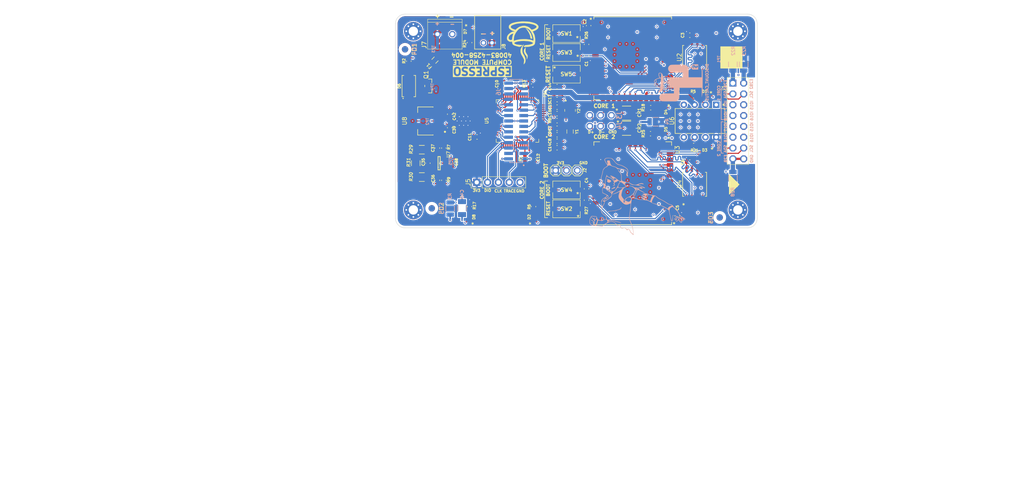
<source format=kicad_pcb>
(kicad_pcb (version 20241229) (generator "pcbnew") (generator_version "9.0")
  (title_block (title "Espresso CM") (date "2025-04-10") (rev "4") (company "B. Lantau") (comment 1 "PN: 4D083-4258-004"))
  (layers (0 "F.Cu" signal "Top.Signal+PWR") (4 "In1.Cu" power "L2.GND") (6 "In2.Cu" power "L3.GND") (2 "B.Cu" signal "Bottom.Signal+PWR") (13 "F.Paste" user) (15 "B.Paste" user) (5 "F.SilkS" user "F.Silkscreen") (7 "B.SilkS" user "B.Silkscreen") (1 "F.Mask" user) (3 "B.Mask" user) (25 "Edge.Cuts" user))
  (net 0 "")
  (net 1 "GND")
  (net 2 "/ESP32 Core/IO0")
  (net 3 "+3.3V")
  (net 4 "/ESP32 Core1/IO0")
  (net 5 "/ESP32 Core/D-")
  (net 6 "/ESP32 Core/D+")
  (net 7 "E2B")
  (net 8 "/ESP32 Core1/D-")
  (net 9 "/ESP32 Core1/D+")
  (net 10 "Net-(D1-Pad2)")
  (net 11 "/ESP1_IO17")
  (net 12 "/ESP1_IO18")
  (net 13 "/ESP1_IO15")
  (net 14 "/ESP1_IO16")
  (net 15 "/ESP2_IO17")
  (net 16 "/ESP2_IO18")
  (net 17 "/ESP2_IO15")
  (net 18 "/ESP2_IO16")
  (net 19 "E2B1")
  (net 20 "/STM32 Core/BOOT0")
  (net 21 "/STM32 Core/PB8")
  (net 28 "/STM32 Core/NRST")
  (net 29 "/ESP32 Core/EN")
  (net 30 "Net-(D8-Pad2)")
  (net 31 "E2B2")
  (net 33 "/ESP32 Core1/EN")
  (net 34 "+BATT")
  (net 35 "VBUS")
  (net 37 "Net-(U7-IN+)")
  (net 38 "Net-(U7-IN-)")
  (net 39 "Net-(U5-PC15-OSC32_OUT)")
  (net 40 "/ESP32 Core/USB_D+")
  (net 41 "/ESP32 Core/USB_D-")
  (net 42 "Net-(D4-Pad2)")
  (net 43 "Net-(D5-Pad2)")
  (net 44 "Net-(D7-Pad2)")
  (net 46 "/ESP32 Core1/USB_D+")
  (net 47 "/ESP32 Core1/USB_D-")
  (net 48 "I_SNS")
  (net 49 "VIN-")
  (net 50 "/ESP32 Core/LED")
  (net 51 "/ESP32 Core1/LED")
  (net 59 "Net-(D2-Pad2)")
  (net 60 "E2B_ONBOARD")
  (net 67 "/ESP32 Core/CORESEL1")
  (net 68 "/ESP32 Core1/CORESEL0")
  (net 89 "/ESP1_SDA")
  (net 90 "/ESP2_SDA")
  (net 91 "/ESP32 Core/FLASH_CS")
  (net 93 "/ESP1_SCL")
  (net 94 "/ESP2_SCL")
  (net 95 "/ESP32 Core1/FLASH_CS")
  (net 96 "Net-(D3-Pad2)")
  (net 97 "/ATTiny Core/PB3")
  (net 98 "VIN+")
  (net 100 "/ESP32 Core/MOSI")
  (net 101 "/ESP32 Core/CLK")
  (net 102 "/ESP32 Core/MISO")
  (net 104 "/ESP32 Core1/MOSI")
  (net 105 "Net-(J2-Pad2)")
  (net 110 "/ESP32 Core1/CLK")
  (net 111 "/ESP32 Core1/MISO")
  (net 113 "/SHIELD")
  (net 114 "Net-(U5-PC14-OSC32_IN)")
  (net 115 "Net-(U5-PD1_OSC_OUT)")
  (net 116 "Net-(U5-PD0_OSC_IN)")
  (net 117 "/ATTiny Core/PB1")
  (net 118 "Net-(J8-POS)")
  (net 119 "Net-(U5-VDDA)")
  (net 120 "/STM32 Core/PB0")
  (net 122 "/STM32 Core/PA11")
  (net 124 "/STM32 Core/PC2")
  (net 127 "/STM32 Core/PB13")
  (net 128 "/STM32 Core/PC5")
  (net 131 "/STM32 Core/PB6")
  (net 133 "/STM32 Core/PA7")
  (net 134 "/STM32 Core/PC3")
  (net 135 "/STM32 Core/PC4")
  (net 139 "/STM32 Core/PA1")
  (net 141 "/STM32 Core/PB12")
  (net 143 "/STM32 Core/PA12")
  (net 144 "/STM32 Core/PB1")
  (net 145 "/STM32 Core/PA2")
  (net 147 "/STM32 Core/PA10")
  (net 149 "/STM32 Core/PB7")
  (net 150 "/STM32 Core/PB11")
  (net 151 "/STM32 Core/PC1")
  (net 152 "/STM32 Core/PB4")
  (net 153 "/STM32 Core/SWDIO")
  (net 154 "/STM32 Core/SWCLK")
  (net 155 "/STM32 Core/TRACESWO")
  (footprint "Custom_Microcontroller:LED_0603" (layer "F.Cu") (at 144.799024 121.92635 90)
    (property "Reference" "D2")
    (property "Value" "~" (hide yes))
  )
  (footprint "Custom_Microcontroller:C_0603" (layer "F.Cu") (at 143.7815 90.424 -90)
    (property "Reference" "C13")
    (property "Value" "100nF" (hide yes))
  )
  (footprint "Custom_Microcontroller:PTS636 SK25J SMTR LFS" (layer "F.Cu") (at 152.546024 119.761 180)
    (property "Reference" "SW2")
    (property "Value" "~" (hide yes))
  )
  (footprint "Connector_PinHeader_2.54mm:PinHeader_1x05_P2.54mm_Vertical" (layer "F.Cu") (at 131.469024 113.528907 90)
    (property "Reference" "J5")
    (property "Value" "Conn_01x05")
  )
  (footprint "Custom_Microcontroller:S2B-PH-K-S" (layer "F.Cu") (at 135.039894 80.774434 180)
    (property "Reference" "J8")
    (property "Value" "S2B-PH-K-S")
  )
  (footprint "Custom_Microcontroller:R_0603" (layer "F.Cu") (at 150.330212 99.050907)
    (property "Reference" "R8")
    (property "Value" "1M00" (hide yes))
  )
  (footprint "Custom_Microcontroller:ECS-2333-250-BN-TR" (layer "F.Cu") (at 153.378212 96.64 -90)
    (property "Reference" "Y2")
    (property "Value" "25MHz")
  )
  (footprint "MountingHole:MountingHole_2.2mm_M2_Pad_Via" (layer "F.Cu") (at 116.586 78.062)
    (property "Reference" "MH1" (hide yes))
    (property "Value" "MountingHole_2.2mm_M2_Pad_Via")
  )
  (footprint "Custom_Microcontroller:C_0603" (layer "F.Cu") (at 150.330212 97.399907)
    (property "Reference" "C16")
    (property "Value" "20pF" (hide yes))
  )
  (footprint "MountingHole:MountingHole_2.2mm_M2_Pad_Via" (layer "F.Cu") (at 192.786 78.062)
    (property "Reference" "MH2" (hide yes))
    (property "Value" "MountingHole_2.2mm_M2_Pad_Via")
  )
  (footprint "MountingHole:MountingHole_2.2mm_M2_Pad_Via" (layer "F.Cu") (at 116.586 120.007062)
    (property "Reference" "MH3" (hide yes))
    (property "Value" "MountingHole_2.2mm_M2_Pad_Via")
  )
  (footprint "Custom_Microcontroller:R_0603" (layer "F.Cu") (at 123.755118 113.0554 90)
    (property "Reference" "R9")
    (property "Value" "73K2" (hide yes))
  )
  (footprint "Custom_Microcontroller:LED_0603" (layer "F.Cu") (at 175.018674 96.012 180)
    (property "Reference" "D4")
    (property "Value" "~" (hide yes))
  )
  (footprint "Custom_Microcontroller:R_0603" (layer "F.Cu") (at 129.794 119.2276 90)
    (property "Reference" "R17")
    (property "Value" "1K" (hide yes))
  )
  (footprint "Custom_Microcontroller:R_0603" (layer "F.Cu") (at 129.794 80.72755 -90)
    (property "Reference" "R24")
    (property "Value" "1K" (hide yes))
  )
  (footprint "Custom_Microcontroller:C_0603" (layer "F.Cu") (at 150.330212 95.875907)
    (property "Reference" "C15")
    (property "Value" "20pF" (hide yes))
  )
  (footprint "Custom_Microcontroller:1X3" (layer "F.Cu") (at 160.547024 100.33)
    (property "Reference" "J4")
    (property "Value" "~" (hide yes))
  )
  (footprint "Custom_Microcontroller:STM32F107RCT6TR" (layer "F.Cu") (at 141.0315 99.1274 180)
    (property "Reference" "U5")
    (property "Value" "STM32F107RCT6TR")
  )
  (footprint "Custom_Microcontroller:R_0603" (layer "F.Cu") (at 157.245024 117.732607 -90)
    (property "Reference" "R27")
    (property "Value" "10K" (hide yes))
  )
  (footprint "Custom_Microcontroller:C_0603" (layer "F.Cu") (at 181.4957 108.7804)
    (property "Reference" "C6")
    (property "Value" "100nF" (hide yes))
  )
  (footprint "Custom_Microcontroller:R_1206" (layer "F.Cu") (at 117.14925 109.0422 90)
    (property "Reference" "R31")
    (property "Value" "3mOhm" (hide yes))
  )
  (footprint "Custom_Microcontroller:INA180A2QDBVRQ1" (layer "F.Cu") (at 122.63565 109.0422 180)
    (property "Reference" "U7")
    (property "Value" "INA180A2QDBVRQ1")
  )
  (footprint "Custom_Microcontroller:USBLC6-2SC6" (layer "F.Cu") (at 166.643024 97.282)
    (property "Reference" "CR1")
    (property "Value" "USBLC6-2SC6")
  )
  (footprint "Custom_Microcontroller:LED_0603" (layer "F.Cu") (at 185.178674 93.218 180)
    (property "Reference" "D1")
    (property "Value" "~" (hide yes))
  )
  (footprint "MountingHole:MountingHole_2.2mm_M2_Pad_Via" (layer "F.Cu") (at 192.786 120.007062)
    (property "Reference" "MH4" (hide yes))
    (property "Value" "MountingHole_2.2mm_M2_Pad_Via")
  )
  (footprint "Custom_Microcontroller:LED_0603" (layer "F.Cu") (at 185.178674 104.902 180)
    (property "Reference" "D3")
    (property "Value" "~" (hide yes))
  )
  (footprint "Custom_Microcontroller:R_0603" (layer "F.Cu") (at 123.755118 105.4862 90)
    (property "Reference" "R7")
    (property "Value" "73K2" (hide yes))
  )
  (footprint "Custom_Microcontroller:C_0603" (layer "F.Cu") (at 150.330212 102.362)
    (property "Reference" "C9")
    (property "Value" "8pF" (hide yes))
  )
  (footprint "Custom_Microcontroller:LED_0603" (layer "F.Cu") (at 175.018674 102.108 180)
    (property "Reference" "D5")
    (property "Value" "~" (hide yes))
  )
  (footprint "Custom_Microcontroller:PTS636 SK25J SMTR LFS" (layer "F.Cu") (at 152.546024 78.603907 180)
    (property "Reference" "SW1")
    (property "Value" "~" (hide yes))
  )
  (footprint "Custom_Microcontroller:R_1206" (layer "F.Cu") (at 118.57165 105.8672)
    (property "Reference" "R29")
    (property "Value" "97R6" (hide yes))
  )
  (footprint "Custom_Microcontroller:C_0603" (layer "F.Cu") (at 178.562 121.412 -90)
    (property "Reference" "C5")
    (property "Value" "100nF" (hide yes))
  )
  (footprint "Custom_Microcontroller:C_0603" (layer "F.Cu") (at 157.245024 115.052907 -90)
    (property "Reference" "C4")
    (property "Value" "1uF" (hide yes))
  )
  (footprint "Custom_Microcontroller:C_0603" (layer "F.Cu") (at 125.118748 100.711 -90)
    (property "Reference" "C39")
    (property "Value" "10uF" (hide yes))
  )
  (footprint "Custom_Microcontroller:R_0603" (layer "F.Cu") (at 144.799024 119.2276 -90)
    (property "Reference" "R6")
    (property "Value" "1K" (hide yes))
  )
  (footprint "Custom_Microcontroller:C_0603" (layer "F.Cu") (at 131.534212 102.8774)
    (property "Reference" "C11")
    (property "Value" "100nF" (hide yes))
  )
  (footprint "Custom_Microcontroller:Fiducial_1.5mm_Mask3mm" (layer "F.Cu") (at 114.6302 82.296)
    (property "Reference" "FD1")
    (property "Value" "~")
  )
  (footprint "Custom_Microcontroller:C_0603" (layer "F.Cu") (at 122.22925 105.4862 90)
    (property "Reference" "C37")
    (property "Value" "220pF" (hide yes))
  )
  (footprint "Custom_Microcontroller:Fiducial_1.5mm_Mask3mm" (layer "F.Cu") (at 188.516 121.783907)
    (property "Reference" "FD3")
    (property "Value" "~")
  )
  (footprint "Custom_Microcontroller:R_0603" (layer "F.Cu") (at 182.384674 104.902)
    (property "Reference" "R21")
    (property "Value" "1K" (hide yes))
  )
  (footprint "Custom_Microcontroller:R_1206" (layer "F.Cu") (at 118.57165 112.2934)
    (property "Reference" "R30")
    (property "Value" "97R6" (hide yes))
  )
  (footprint "Custom_Microcontroller:W25Q128JVSIQ" (layer "F.Cu") (at 182.626 113.99266 90)
    (property "Reference" "U4")
    (property "Value" "~")
  )
  (footprint "Custom_Microcontroller:C_0603" (layer "F.Cu") (at 144.7815 107.95 90)
    (property "Reference" "C12")
    (property "Value" "100nF" (hide yes))
  )
  (footprint "Custom_Microcontroller:C_0603" (layer "F.Cu") (at 125.42965 109.0422 -90)
    (property "Reference" "C38")
    (property "Value" "100nF" (hide yes))
  )
  (footprint "Custom_Microcontroller:C_0603" (layer "F.Cu") (at 181.4957 78.994)
    (property "Reference" "C3")
    (property "Value" "100nF" (hide yes))
  )
  (footprint "Custom_Microcontroller:R_0603" (layer "F.Cu") (at 157.245024 83.810907 -90)
    (property "Reference" "R26")
    (property "Value" "10K" (hide yes))
  )
  (footprint "Custom_Microcontroller:C_0603" (layer "F.Cu") (at 150.330212 91.068093 180)
    (property "Reference" "C44")
    (property "Value" "100nF" (hide yes))
  )
  (footprint "Custom_Microcontroller:MF-FSMF050X-2" (layer "F.Cu") (at 121.666 84.836 -135)
    (property "Reference" "F1")
    (property "Value" "1A")
  )
  (footprint "Custom_Microcontroller:R_0603" (layer "F.Cu") (at 142.7815 107.95 -90)
    (property "Reference" "R1")
    (property "Value" "10K" (hide yes))
  )
  (footprint "Custom_Microcontroller:2X8" (layer "F.Cu") (at 191.606107 90.237347)
    (property "Reference" "J1")
    (property "Value" "~" (hide yes))
  )
  (footprint "Custom_Microcontroller:PTS636 SK25J SMTR LFS" (layer "F.Cu") (at 152.546024 88.138)
    (property "Reference" "SW5")
    (property "Value" "~" (hide yes))
  )
  (footprint "Custom_Microcontroller:C_0603" (layer "F.Cu") (at 137.2815 90.424 -90)
    (property "Reference" "C10")
    (property "Value" "100nF" (hide yes))
  )
  (footprint "Custom_Microcontroller:R_0603" (layer "F.Cu") (at 172.2628 102.108)
    (property "Reference" "R25")
    (property "Value" "1K" (hide yes))
  )
  (footprint "Custom_Microcontroller:1X3" (layer "F.Cu") (at 152.536313 110.744)
    (property "Reference" "J2")
    (property "Value" "~" (hide yes))
  )
  (footprint "Custom_Microcontroller:C_0603" (layer "F.Cu") (at 150.330212 105.41 180)
    (property "Reference" "C14")
    (property "Value" "4.7uF" (hide yes))
  )
  (footprint "Custom_Microcontroller:USBLC6-2SC6" (layer "F.Cu") (at 166.643024 100.838)
    (property "Reference" "CR2")
    (property "Value" "USBLC6-2SC6")
  )
  (footprint "Custom_Microcontroller:LED_0603" (layer "F.Cu") (at 129.794 77.93355 -90)
    (property "Reference" "D7")
    (property "Value" "~" (hide yes))
  )
  (footprint "Custom_Microcontroller:C_0603" (layer "F.Cu") (at 150.330212 94.097907 180)
    (property "Reference" "C17")
    (property "Value" "100nF" (hide yes))
  )
  (footprint "Custom_Microcontroller:C_0603" (layer "F.Cu") (at 150.330212 100.838)
    (property "Reference" "C7")
    (property "Value" "8pF" (hide yes))
  )
  (footprint "Custom_Microcontroller:PTS636 SK25J SMTR LFS" (layer "F.Cu") (at 152.546024 83.058 180)
    (property "Reference" "SW3")
    (property "Value" "~" (hide yes))
  )
  (footprint "Custom_Microcontroller:TPS7A4533DCQR" (layer "F.Cu") (at 119.403748 99.1274 180)
    (property "Reference" "U8")
    (property "Value" "TPS7A4533DCQR")
  )
  (footprint "Custom_Microcontroller:Fiducial_1.5mm_Mask3mm" (layer "F.Cu") (at 120.904 119.634)
    (property "Reference" "FD2")
    (property "Value" "~")
  )
  (footprint "Custom_Microcontroller:C_0603" (layer "F.Cu") (at 157.734 76.73086 90)
    (property "Reference" "C2")
    (property "Value" "100nF" (hide yes))
  )
  (footprint "Custom_Microcontroller:C_0603" (layer "F.Cu") (at 157.245024 81.143907 -90)
    (property "Reference" "C1")
    (property "Value" "1uF" (hide yes))
  )
  (footprint "Custom_Microcontroller:R_0603" (layer "F.Cu") (at 172.307085 96.012)
    (property "Reference" "R18")
    (property "Value" "1K" (hide yes))
  )
  (footprint "Custom_Microcontroller:W25Q128JVSIQ" (layer "F.Cu") (at 182.626 84.20626 90)
    (property "Reference" "U2")
    (property "Value" "~")
  )
  (footprint "Custom_Microcontroller:R_0603" (layer "F.Cu") (at 115.5192 85.09 -90)
    (property "Reference" "R2")
    (property "Value" "100K" (hide yes))
  )
  (footprint "Custom_Microcontroller:LED_0603" (layer "F.Cu") (at 129.794 121.92635 90)
    (property "Reference" "D8")
    (property "Value" "~" (hide yes))
  )
  (footprint "Custom_Microcontroller:ESP32-S3-WROOM-1U-N8R2" (layer "F.Cu") (at 168.090711 113.73866 180)
    (property "Reference" "U3")
    (property "Value" "ESP32-S3-WROOM-1U-N8R2")
  )
  (footprint "Custom_Microcontroller:R_0603" (layer "F.Cu") (at 182.3593 93.218)
    (property "Reference" "R5")
    (property "Value" "1K" (hide yes))
  )
  (footprint "Custom_Microcontroller:ATTINY85-20PU" (layer "F.Cu") (at 187.706 95.3174 -90)
    (property "Reference" "U6")
    (property "Value" "ATTINY85-20PU")
  )
  (footprint "Custom_Microcontroller:SK54AHE3-LTP" (layer "F.Cu") (at 115.5192 90.932 90)
    (property "Reference" "D6")
    (property "Value" "~")
  )
  (footprint "Custom_Microcontroller:FB_0603" (layer "F.Cu") (at 150.330212 92.700907)
    (property "Reference" "FB1")
    (property "Value" "120R")
  )
  (footprint "Custom_Microcontroller:ECS-.327-9-34B-TR" (layer "F.Cu") (at 153.378212 101.6 -90)
    (property "Reference" "Y1")
    (property "Value" "32.768 kHz")
  )
  (footprint "Custom_Microcontroller:C_0603" (layer "F.Cu") (at 150.330212 103.886 180)
    (property "Reference" "C8")
    (property "Value" "100nF" (hide yes))
  )
  (footprint "Custom_Microcontroller:ESP32-S3-WROOM-1U-N8R2" (layer "F.Cu") (at 168.090711 84.38642)
    (property "Reference" "U1")
    (property "Value" "ESP32-S3-WROOM-1U-N8R2")
  )
  (footprint "Custom_Microcontroller:C_0603" (layer "F.Cu") (at 119.99405 109.0422 90)
    (property "Reference" "C35")
    (property "Value" "220pF" (hide yes))
  )
  (footprint "Custom_Microcontroller:1X3" (layer "F.Cu") (at 160.547024 97.79)
    (property "Reference" "J3")
    (property "Value" "~" (hide yes))
  )
  (footprint "Custom_Microcontroller:C_0603" (layer "F.Cu") (at 125.118748 97.536 -90)
    (property "Reference" "C42")
    (property "Value" "10uF" (hide yes))
  )
  (footprint "Custom_Microcontroller:DMP3099L-7" (layer "F.Cu") (at 120.0912 90.9066 -90)
    (property "Reference" "Q1")
    (property "Value" "~")
  )
  (footprint "Custom_Microcontroller:C_0603" (layer "F.Cu") (at 122.22925 113.0554 90)
    (property "Reference" "C36")
    (property "Value" "220pF" (hide yes))
  )
  (footprint "Custom_Microcontroller:OSTTE020104" (layer "F.Cu") (at 125.73 78.74 180)
    (property "Reference" "J7")
    (property "Value" "OSTTE020104" (hide yes))
  )
  (footprint "Custom_Microcontroller:PTS636 SK25J SMTR LFS" (layer "F.Cu") (at 152.546024 115.316 180)
    (property "Reference" "SW4")
    (property "Value" "~" (hide yes))
  )
  (footprint "Icons:ICON_ESPRESSO" (layer "F.Cu") (at 142.259024 79.873907 180)
    (property "Reference" "G***" (hide yes))
    (property "Value" "LOGO" (hide yes))
  )
  (footprint "Custom_Microcontroller:R_1206" (layer "B.Cu") (at 191.611526 85.856014 90)
    (property "Reference" "R22")
    (property "Value" "4K7" (hide yes))
  )
  (footprint "Custom_Microcontroller:C_1206" (layer "B.Cu") (at 128.016 119.5832 90)
    (property "Reference" "C40")
    (property "Value" "4.7nF")
  )
  (footprint "Custom_Microcontroller:TESTPOINT" (layer "B.Cu") (at 189.5094 84.433614 180)
    (property "Reference" "TP1")
    (property "Value" "~" (hide yes))
  )
  (footprint "Custom_Microcontroller:20021321-00030T4LF" (layer "B.Cu") (at 140.719 99.1274 -90)
    (property "Reference" "J6")
    (property "Value" "20021321-00030T4LF")
  )
  (footprint "Custom_Microcontroller:TESTPOINT" (layer "B.Cu") (at 121.9454 91.346931 180)
    (property "Reference" "TP4")
    (property "Value" "~" (hide yes))
  )
  (footprint "Custom_Microcontroller:Fiducial_1.5mm_Mask3mm" (layer "B.Cu") (at 114.6302 82.296 180)
    (property "Reference" "FD4")
    (property "Value" "~")
  )
  (footprint "Custom_Microcontroller:TESTPOINT" (layer "B.Cu") (at 126.26785 108.5342)
    (property "Reference" "TP5")
    (property "Value" "~" (hide yes))
  )
  (footprint "Custom_Microcontroller:TESTPOINT" (layer "B.Cu") (at 118.922009 99.1274 180)
    (property "Reference" "TP2")
    (property "Value" "~" (hide yes))
  )
  (footprint "Custom_Microcontroller:Fiducial_1.5mm_Mask3mm" (layer "B.Cu") (at 120.904 119.634 180)
    (property "Reference" "FD5")
    (property "Value" "~")
  )
  (footprint "Icons:ICON_DISCOUNT_CACTUS" (layer "B.Cu") (at 180.166665 90.284 -90)
    (property "Reference" "G***" (hide yes))
    (property "Value" "LOGO" (hide yes))
  )
  (footprint "Icons:ICON_KORRA" (layer "B.Cu") (at 167.194631 120.819334 180)
    (property "Reference" "G***" (hide yes))
    (property "Value" "LOGO" (hide yes))
  )
  (footprint "Custom_Microcontroller:R_1206" (layer "B.Cu") (at 191.6176 112.522 -90)
    (property "Reference" "R28")
    (property "Value" "4K7" (hide yes))
  )
  (footprint "Custom_Microcontroller:R_1206" (layer "B.Cu") (at 125.222 119.6848 -90)
    (property "Reference" "R3")
    (property "Value" "1M00" (hide yes))
  )
  (footprint "Custom_Microcontroller:Fiducial_1.5mm_Mask3mm" (layer "B.Cu") (at 188.516 121.783907 180)
    (property "Reference" "FD6")
    (property "Value" "~")
  )
  (footprint "Custom_Microcontroller:R_1206" (layer "B.Cu") (at 173.482 99.314)
    (property "Reference" "R4")
    (property "Value" "4K7" (hide yes))
  )
  (footprint "Custom_Microcontroller:R_1206" (layer "B.Cu") (at 194.143987 85.851231 90)
    (property "Reference" "R23")
    (property "Value" "4K7" (hide yes))
  )
  (footprint "Custom_Microcontroller:TESTPOINT" (layer "B.Cu") (at 122.2554 82.042 180)
    (property "Reference" "TP3")
    (property "Value" "~" (hide yes))
  )
  (gr_rect (start 188.746016 81.690276) (end 193.777984 86.722244) (stroke (width 0.15)) (fill yes) (layer "F.SilkS"))
  (gr_line (start 147.418161 85.122614) (end 147.418161 76.521107) (stroke (width 0.15)) (layer "F.SilkS"))
  (gr_line (start 147.418161 121.834707) (end 148.122985 121.834707) (stroke (width 0.15)) (layer "F.SilkS"))
  (gr_line (start 147.475337 85.122614) (end 148.180161 85.122614) (stroke (width 0.15)) (layer "F.SilkS"))
  (gr_line (start 147.418161 113.2332) (end 148.122985 113.2332) (stroke (width 0.15)) (layer "F.SilkS"))
  (gr_line (start 147.475337 76.521107) (end 148.180161 76.521107) (stroke (width 0.15)) (layer "F.SilkS"))
  (gr_line (start 147.418161 121.834707) (end 147.418161 113.2332) (stroke (width 0.15)) (layer "F.SilkS"))
  (gr_poly (pts (xy 193.059024 114.036907) (xy 190.773024 116.322907) (xy 190.773024 111.750907)) (stroke (width 0.15)) (fill yes) (layer "F.SilkS"))
  (gr_line (start 189.3824 106.68) (end 188.8744 106.68) (stroke (width 0.15)) (layer "B.SilkS"))
  (gr_line (start 188.8744 91.44) (end 188.8744 98.806) (stroke (width 0.15)) (layer "B.SilkS"))
  (gr_line (start 189.3824 99.314) (end 188.8744 99.314) (stroke (width 0.15)) (layer "B.SilkS"))
  (gr_line (start 189.3824 98.806) (end 188.8744 98.806) (stroke (width 0.15)) (layer "B.SilkS"))
  (gr_line (start 188.8744 99.314) (end 188.8744 106.68) (stroke (width 0.15)) (layer "B.SilkS"))
  (gr_line (start 189.3824 91.44) (end 188.8744 91.44) (stroke (width 0.15)) (layer "B.SilkS"))
  (gr_line (start 197.322143 121.9708) (end 197.322143 76.284) (stroke (width 0.1)) (layer "Edge.Cuts"))
  (gr_arc (start 197.322143 121.9708) (mid 196.663062 123.561862) (end 195.072 124.220943) (stroke (width 0.1)) (layer "Edge.Cuts"))
  (gr_arc (start 195.072 74.033857) (mid 196.663121 74.692879) (end 197.322143 76.284) (stroke (width 0.1)) (layer "Edge.Cuts"))
  (gr_arc (start 112.39 76.284) (mid 113.049084 74.692953) (end 114.640143 74.033857) (stroke (width 0.1)) (layer "Edge.Cuts"))
  (gr_line (start 195.0721 74.033857) (end 114.640143 74.033857) (stroke (width 0.1)) (layer "Edge.Cuts"))
  (gr_line (start 112.39 121.9708) (end 112.39 76.284) (stroke (width 0.1)) (layer "Edge.Cuts"))
  (gr_line (start 195.0719 124.220943) (end 114.640143 124.220943) (stroke (width 0.1)) (layer "Edge.Cuts"))
  (gr_arc (start 114.640143 124.220943) (mid 113.049024 123.561907) (end 112.39 121.9708) (stroke (width 0.1)) (layer "Edge.Cuts"))
  (gr_text "D+" (at 157.48 102.108 0) (layer "F.SilkS") (effects (font (size 0.635 0.635) (thickness 0.15875) (bold yes)) (justify left bottom)))
  (gr_text "CORE 1" (at 158.769024 96.129907 0) (layer "F.SilkS") (effects (font (size 0.889 0.889) (thickness 0.22225) (bold yes)) (justify left bottom)))
  (gr_text "DIO" (at 133.120024 115.814907 0) (layer "F.SilkS") (effects (font (size 0.635 0.635) (thickness 0.15875) (bold yes)) (justify left bottom)))
  (gr_text "COMPUTE MODULE\n4D083-4258-004" (at 139.846024 83.048907 180) (layer "F.SilkS") (effects (font (size 1.016 1.016) (thickness 0.2286) (bold yes)) (justify left bottom)))
  (gr_text "GND" (at 140.613024 115.941907 0) (layer "F.SilkS") (effects (font (size 0.635 0.635) (thickness 0.15875) (bold yes)) (justify left bottom)))
  (gr_text "BOOT" (at 148.688161 116.957907 90) (layer "F.SilkS") (effects (font (size 0.762 0.762) (thickness 0.1905) (bold yes)) (justify left bottom)))
  (gr_text "RESET" (at 148.745337 84.817814 90) (layer "F.SilkS") (effects (font (size 0.762 0.762) (thickness 0.1905) (bold yes)) (justify left bottom)))
  (gr_text "BOOT" (at 148.745337 80.245814 90) (layer "F.SilkS") (effects (font (size 0.762 0.762) (thickness 0.1905) (bold yes)) (justify left bottom)))
  (gr_text "RESET" (at 148.688161 121.529907 90) (layer "F.SilkS") (effects (font (size 0.762 0.762) (thickness 0.1905) (bold yes)) (justify left bottom)))
  (gr_text "+" (at 122.71 75.2856 90) (layer "F.SilkS") (effects (font (size 0.889 0.889) (thickness 0.22225) (bold yes)) (justify left bottom)))
  (gr_text "CORE 2" (at 158.769024 103.378 0) (layer "F.SilkS") (effects (font (size 0.889 0.889) (thickness 0.22225) (bold yes)) (justify left bottom)))
  (gr_text "RESET" (at 148.758699 90.31785 90) (layer "F.SilkS") (effects (font (size 0.889 0.889) (thickness 0.22225) (bold yes)) (justify left bottom)))
  (gr_text "CORE 2" (at 147.221337 117.602 90) (layer "F.SilkS") (effects (font (size 0.762 0.762) (thickness 0.1905) (bold yes)) (justify left bottom)))
  (gr_text "CLK" (at 135.533024 115.941907 0) (layer "F.SilkS") (effects (font (size 0.635 0.635) (thickness 0.15875) (bold yes)) (justify left bottom)))
  (gr_text "ESPRESSO" (at 139.973024 86.350907 180) (layer "F.SilkS" knockout) (effects (font (size 1.778 1.778) (thickness 0.4445) (bold yes)) (justify left bottom)))
  (gr_text "-" (at 133.604 78.232 180) (layer "F.SilkS") (effects (font (size 0.889 0.889) (thickness 0.22225) (bold yes)) (justify left bottom)))
  (gr_text "3V3" (at 130.453024 115.814907 0) (layer "F.SilkS") (effects (font (size 0.635 0.635) (thickness 0.15875) (bold yes)) (justify left bottom)))
  (gr_text "+" (at 135.636 79.248 90) (layer "F.SilkS") (effects (font (size 0.889 0.889) (thickness 0.22225) (bold yes)) (justify left bottom)))
  (gr_text "GND" (at 162.306 102.108 0) (layer "F.SilkS") (effects (font (size 0.635 0.635) (thickness 0.15875) (bold yes)) (justify left bottom)))
  (gr_text "CORE 1" (at 147.221337 85.09 90) (layer "F.SilkS") (effects (font (size 0.762 0.762) (thickness 0.1905) (bold yes)) (justify left bottom)))
  (gr_text "D-" (at 160.02 102.108 0) (layer "F.SilkS") (effects (font (size 0.635 0.635) (thickness 0.15875) (bold yes)) (justify left bottom)))
  (gr_text "TRACE" (at 137.692024 115.941907 0) (layer "F.SilkS") (effects (font (size 0.635 0.635) (thickness 0.15875) (bold yes)) (justify left bottom)))
  (gr_text "BOOT" (at 148.237337 112.639907 90) (layer "F.SilkS") (effects (font (size 0.889 0.889) (thickness 0.22225) (bold yes)) (justify left bottom)))
  (gr_text "GND" (at 155.467024 109.337907 0) (layer "F.SilkS") (effects (font (size 0.635 0.635) (thickness 0.15875) (bold yes)) (justify left bottom)))
  (gr_text "-" (at 126.266 74.2696 180) (layer "F.SilkS") (effects (font (size 0.889 0.889) (thickness 0.22225) (bold yes)) (justify left bottom)))
  (gr_text "3V3" (at 150.133024 109.337907 0) (layer "F.SilkS") (effects (font (size 0.635 0.635) (thickness 0.15875) (bold yes)) (justify left bottom)))
  (gr_text "IO16" (at 196.39 96.774 90) (layer "B.SilkS") (effects (font (size 0.635 0.635)) (justify left bottom mirror)))
  (gr_text "IO17" (at 190.294 94.234 90) (layer "B.SilkS") (effects (font (size 0.635 0.635)) (justify left bottom mirror)))
  (gr_text "IO17" (at 190.294 99.314 90) (layer "B.SilkS") (effects (font (size 0.635 0.635)) (justify left bottom mirror)))
  (gr_text "IO16" (at 196.39 101.854 90) (layer "B.SilkS") (effects (font (size 0.635 0.635)) (justify left bottom mirror)))
  (gr_text "IO15" (at 196.39 99.314 90) (layer "B.SilkS") (effects (font (size 0.635 0.635)) (justify left bottom mirror)))
  (gr_text "-" (at 132.505424 78.232 180) (layer "B.SilkS") (effects (font (size 0.889 0.889) (thickness 0.22225) (bold yes)) (justify left bottom mirror)))
  (gr_text "E2B2" (at 196.342 89.154 90) (layer "B.SilkS") (effects (font (size 0.635 0.635)) (justify left bottom mirror)))
  (gr_text "SCL" (at 196.342 91.948 90) (layer "B.SilkS") (effects (font (size 0.635 0.635)) (justify left bottom mirror)))
  (gr_text "E2B" (at 190.294 106.934 90) (layer "B.SilkS") (effects (font (size 0.635 0.635)) (justify left bottom mirror)))
  (gr_text "-" (at 125.037824 75.9714 -180) (layer "B.SilkS") (effects (font (size 0.889 0.889) (thickness 0.22225) (bold yes)) (justify left bottom mirror)))
  (gr_text "SCL" (at 196.342 104.648 90) (layer "B.SilkS") (effects (font (size 0.635 0.635)) (justify left bottom mirror)))
  (gr_text "GND" (at 196.39 106.934 90) (layer "B.SilkS") (effects (font (size 0.635 0.635)) (justify left bottom mirror)))
  (gr_text "IO18" (at 190.294 101.854 90) (layer "B.SilkS") (effects (font (size 0.635 0.635)) (justify left bottom mirror)))
  (gr_text "+" (at 134.537424 79.248 270) (layer "B.SilkS") (effects (font (size 0.889 0.889) (thickness 0.22225) (bold yes)) (justify left bottom mirror)))
  (gr_text "CORE 2" (at 188.700851 103.7336 90) (layer "B.SilkS") (effects (font (size 0.635 0.635)) (justify left bottom mirror)))
  (gr_text "SDA" (at 190.246 91.948 90) (layer "B.SilkS") (effects (font (size 0.635 0.635)) (justify left bottom mirror)))
  (gr_text "DISCOUNT_CACTUS" (at 185.928 85.598 90) (layer "B.SilkS") (effects (font (size 0.635 0.635)) (justify left bottom mirror)))
  (gr_text "CORE 1" (at 188.700851 90.678 90) (layer "B.SilkS") (effects (font (size 0.635 0.635)) (justify left bottom mirror)))
  (gr_text "+" (at 121.735824 76.9874 -90) (layer "B.SilkS") (effects (font (size 0.889 0.889) (thickness 0.22225) (bold yes)) (justify left bottom mirror)))
  (gr_text "SDA" (at 190.246 104.648 90) (layer "B.SilkS") (effects (font (size 0.635 0.635)) (justify left bottom mirror)))
  (gr_text "IO18" (at 190.294 96.774 90) (layer "B.SilkS") (effects (font (size 0.635 0.635)) (justify left bottom mirror)))
  (gr_text "E2B1" (at 190.246 89.408 90) (layer "B.SilkS") (effects (font (size 0.635 0.635)) (justify left bottom mirror)))
  (gr_text "IO15" (at 196.39 94.234 90) (layer "B.SilkS") (effects (font (size 0.635 0.635)) (justify left bottom mirror)))
  (segment (start 149.555512 98.237476) (end 149.555512 97.402) (width 0.25) (layer "F.Cu") (net 1))
  (segment (start 179.5653 122.1867) (end 178.562 122.1867) (width 0.762) (layer "F.Cu") (net 1))
  (segment (start 152.428212 97.79) (end 152.428212 98.914719) (width 0.25) (layer "F.Cu") (net 1))
  (segment (start 130.759512 101.971907) (end 130.759512 102.8774) (width 0.25) (layer "F.Cu") (net 1))
  (segment (start 130.6322 77.1652) (end 129.80035 77.1652) (width 0.2286) (layer "F.Cu") (net 1))
  (segment (start 184.531 86.614) (end 184.531 87.85116) (width 0.2286) (layer "F.Cu") (net 1))
  (segment (start 137.7815 94.384431) (end 137.433024 94.732907) (width 0.25) (layer "F.Cu") (net 1))
  (segment (start 150.777337 115.316) (end 149.530012 115.316) (width 0.25) (layer "F.Cu") (net 1))
  (segment (start 149.553419 95.875907) (end 149.555512 95.878) (width 0.25) (layer "F.Cu") (net 1))
  (segment (start 124.206 99.695) (end 124.4473 99.9363) (width 0.25) (layer "F.Cu") (net 1))
  (segment (start 152.419024 98.923907) (end 152.428212 98.914719) (width 0.25) (layer "F.Cu") (net 1))
  (segment (start 144.742212 89.6493) (end 143.7815 89.6493) (width 0.25) (layer "F.Cu") (net 1))
  (segment (start 184.523831 116.234797) (end 184.531 116.241966) (width 0.2286) (layer "F.Cu") (net 1))
  (segment (start 124.4473 99.9363) (end 125.118748 99.9363) (width 0.25) (layer "F.Cu") (net 1))
  (segment (start 151.104912 94.097907) (end 151.911024 94.097907) (width 0.25) (layer "F.Cu") (net 1))
  (segment (start 176.802911 122.1867) (end 176.841011 122.1486) (width 0.25) (layer "F.Cu") (net 1))
  (segment (start 158.134024 114.278207) (end 157.245024 114.278207) (width 0.25) (layer "F.Cu") (net 1))
  (segment (start 148.736024 102.362) (end 149.555512 102.362) (width 0.25) (layer "F.Cu") (net 1))
  (segment (start 150.777337 78.603907) (end 149.539723 78.603907) (width 0.25) (layer "F.Cu") (net 1))
  (segment (start 145.430079 122.682) (end 144.799024 122.682) (width 0.25) (layer "F.Cu") (net 1))
  (segment (start 129.1194 122.682) (end 128.778 123.0234) (width 0.25) (layer "F.Cu") (net 1))
  (segment (start 125.42965 107.4166) (end 125.42965 108.2675) (width 0.25) (layer "F.Cu") (net 1))
  (segment (start 152.047117 103.886) (end 151.104912 103.886) (width 0.25) (layer "F.Cu") (net 1))
  (segment (start 144.7815 108.7247) (end 145.745512 108.7247) (width 0.25) (layer "F.Cu") (net 1))
  (segment (start 186.69 93.218) (end 185.934324 93.218) (width 0.25) (layer "F.Cu") (net 1))
  (segment (start 154.324024 88.138) (end 155.552325 88.138) (width 0.25) (layer "F.Cu") (net 1))
  (segment (start 183.3196 108.7804) (end 182.2704 108.7804) (width 0.25) (layer "F.Cu") (net 1))
  (segment (start 182.2704 78.994) (end 183.134 78.994) (width 0.25) (layer "F.Cu") (net 1))
  (segment (start 137.944631 89.6493) (end 137.2815 89.6493) (width 0.25) (layer "F.Cu") (net 1))
  (segment (start 155.340024 95.49) (end 154.328212 95.49) (width 0.25) (layer "F.Cu") (net 1))
  (segment (start 147.847024 97.3774) (end 146.7015 97.3774) (width 0.25) (layer "F.Cu") (net 1))
  (segment (start 137.7815 93.4574) (end 137.7815 94.384431) (width 0.25) (layer "F.Cu") (net 1))
  (segment (start 125.222 96.774) (end 125.2093 96.7613) (width 0.25) (layer "F.Cu") (net 1))
  (segment (start 175.26 122.1867) (end 176.802911 122.1867) (width 0.762) (layer "F.Cu") (net 1))
  (segment (start 123.11825 109.0422) (end 124.010651 109.0422) (width 0.25) (layer "F.Cu") (net 1))
  (segment (start 136.314517 102.3774) (end 135.3615 102.3774) (width 0.25) (layer "F.Cu") (net 1))
  (segment (start 125.222 99.949) (end 125.2093 99.9363) (width 0.25) (layer "F.Cu") (net 1))
  (segment (start 166.135024 97.282) (end 165.277774 97.282) (width 0.25) (layer "F.Cu") (net 1))
  (segment (start 124.6232 113.8301) (end 123.75325 113.8301) (width 0.2286) (layer "F.Cu") (net 1))
  (segment (start 148.736024 95.875907) (end 149.553419 95.875907) (width 0.25) (layer "F.Cu") (net 1))
  (segment (start 185.934324 104.902) (end 186.944 104.902) (width 0.25) (layer "F.Cu") (net 1))
  (segment (start 145.745512 108.7247) (end 145.758212 108.712) (width 0.25) (layer "F.Cu") (net 1))
  (segment (start 125.118748 95.908748) (end 125.118748 96.7613) (width 0.25) (layer "F.Cu") (net 1))
  (segment (start 144.254423 94.642508) (end 144.2815 94.615431) (width 0.25) (layer "F.Cu") (net 1))
  (segment (start 175.514 75.97648) (end 176.841011 75.97648) (width 0.762) (layer "F.Cu") (net 1))
  (segment (start 166.135024 100.838) (end 165.277774 100.838) (width 0.25) (layer "F.Cu") (net 1))
  (segment (start 176.529734 102.108) (end 175.774324 102.108) (width 0.25) (layer "F.Cu") (net 1))
  (segment (start 156.464 75.95616) (end 157.734 75.95616) (width 0.762) (layer "F.Cu") (net 1))
  (segment (start 144.2815 103.759431) (end 144.545024 103.495907) (width 0.25) (layer "F.Cu") (net 1))
  (segment (start 149.550883 98.242105) (end 149.555512 98.237476) (width 0.25) (layer "F.Cu") (net 1))
  (segment (start 152.028931 105.41) (end 151.104912 105.41) (width 0.25) (layer "F.Cu") (net 1))
  (segment (start 179.578 122.174) (end 179.5653 122.1867) (width 0.25) (layer "F.Cu") (net 1))
  (segment (start 186.944 93.472) (end 186.69 93.218) (width 0.25) (layer "F.Cu") (net 1))
  (segment (start 160.782 122.1486) (end 159.340411 122.1486) (width 0.762) (layer "F.Cu") (net 1))
  (segment (start 144.2815 104.7974) (end 144.2815 103.759431) (width 0.25) (layer "F.Cu") (net 1))
  (segment (start 145.771479 123.0234) (end 145.430079 122.682) (width 0.25) (layer "F.Cu") (net 1))
  (segment (start 144.2815 94.7038) (end 144.254423 94.676723) (width 0.25) (layer "F.Cu") (net 1))
  (segment (start 144.2815 94.615431) (end 144.2815 93.4574) (width 0.25) (layer "F.Cu") (net 1))
  (segment (start 176.644109 96.012) (end 175.774324 96.012) (width 0.25) (layer "F.Cu") (net 1))
  (segment (start 138.195024 89.398907) (end 137.944631 89.6493) (width 0.25) (layer "F.Cu") (net 1))
  (segment (start 156.356024 80.369207) (end 157.245024 80.369207) (width 0.25) (layer "F.Cu") (net 1))
  (segment (start 150.758313 83.058) (end 149.539723 83.058) (width 0.25) (layer "F.Cu") (net 1))
  (segment (start 184.531 116.241966) (end 184.531 117.63756) (width 0.2286) (layer "F.Cu") (net 1))
  (segment (start 129.80035 77.1652) (end 129.794 77.17155) (width 0.2286) (layer "F.Cu") (net 1))
  (segment (start 150.777337 119.751907) (end 149.530012 119.751907) (width 0.25) (layer "F.Cu") (net 1))
  (segment (start 121.46725 113.8174) (end 122.21655 113.8174) (width 0.2286) (layer "F.Cu") (net 1))
  (segment (start 159.340411 75.97648) (end 160.782 75.97648) (width 0.762) (layer "F.Cu") (net 1))
  (segment (start 136.544024 102.606907) (end 136.314517 102.3774) (width 0.25) (layer "F.Cu") (net 1))
  (segment (start 116.41905 84.3153) (end 115.5192 84.3153) (width 0.25) (layer "F.Cu") (net 1))
  (segment (start 148.736024 100.838) (end 149.555512 100.838) (width 0.25) (layer "F.Cu") (net 1))
  (segment (start 129.794 122.682) (end 129.1194 122.682) (width 0.25) (layer "F.Cu") (net 1))
  (segment (start 151.911024 91.068093) (end 151.104912 91.068093) (width 0.25) (layer "F.Cu") (net 1))
  (segment (start 144.254423 94.676723) (end 144.254423 94.642508) (width 0.25) (layer "F.Cu") (net 1))
  (segment (start 120.89185 99.1274) (end 122.403747 99.1274) (width 0.25) (layer "F.Cu") (net 1))
  (segment (start 117.78425 99.1274) (end 116.403749 99.1274) (width 0.25) (layer "F.Cu") (net 1))
  (via (at 168.148 117.094) (size 0.5) (drill 0.2) (layers "F.Cu" "B.Cu") (net 1))
  (via (at 125.118748 95.908748) (size 0.5) (drill 0.2) (layers "F.Cu" "B.Cu") (net 1))
  (via (at 140.481024 90.2374) (size 0.5) (drill 0.2) (layers "F.Cu" "B.Cu") (net 1))
  (via (at 166.878 113.03) (size 0.5) (drill 0.2) (layers "F.Cu" "B.Cu") (net 1))
  (via (at 117.78425 99.1274) (size 0.5) (drill 0.2) (layers "F.Cu" "B.Cu") (net 1))
  (via (at 171.196 111.76) (size 0.5) (drill 0.2) (layers "F.Cu" "B.Cu") (net 1))
  (via (at 152.028931 105.41) (size 0.5) (drill 0.2) (layers "F.Cu" "B.Cu") (net 1))
  (via (at 140.989024 99.1274) (size 0.5) (drill 0.2) (layers "F.Cu" "B.Cu") (net 1))
  (via (at 162.579024 91.430907) (size 0.5) (drill 0.2) (layers "F.Cu" "B.Cu") (net 1))
  (via (at 116.434979 84.331229) (size 0.5) (drill 0.2) (layers "F.Cu" "B.Cu") (net 1))
  (via (at 166.878 115.824) (size 0.5) (drill 0.2) (layers "F.Cu" "B.Cu") (net 1))
  (via (at 137.433024 94.732907) (size 0.5) (drill 0.2) (layers "F.Cu" "B.Cu") (net 1))
  (via (at 171.196 84.582) (size 0.5) (drill 0.2) (layers "F.Cu" "B.Cu") (net 1))
  (via (at 160.782 122.1486) (size 0.5) (drill 0.2) (layers "F.Cu" "B.Cu") (net 1))
  (via (at 182.626 83.312) (size 0.5) (drill 0.2) (layers "F.Cu" "B.Cu") (net 1))
  (via (at 125.42965 107.4166) (size 0.5) (drill 0.2) (layers "F.Cu" "B.Cu") (net 1))
  (via (at 120.89185 99.1274) (size 0.5) (drill 0.2) (layers "F.Cu" "B.Cu") (net 1))
  (via (at 154.324024 88.138) (size 0.5) (drill 0.2) (layers "F.Cu" "B.Cu") (net 1))
  (via (at 183.134 78.994) (size 0.5) (drill 0.2) (layers "F.Cu" "B.Cu") (net 1))
  (via (at 150.758313 83.058) (size 0.5) (drill 0.2) (layers "F.Cu" "B.Cu") (net 1))
  (via (at 171.196 117.094) (size 0.5) (drill 0.2) (layers "F.Cu" "B.Cu") (net 1))
  (via (at 169.164 78.232) (size 0.5) (drill 0.2) (layers "F.Cu" "B.Cu") (net 1))
  (via (at 181.356 100.6348) (size 0.5) (drill 0.2) (layers "F.Cu" "B.Cu") (net 1))
  (via (at 166.878 114.3) (size 0.5) (drill 0.2) (layers "F.Cu" "B.Cu") (net 1))
  (via (at 160.547024 114.036907) (size 0.5) (drill 0.2) (layers "F.Cu" "B.Cu") (net 1))
  (via (at 175.26 122.1867) (size 0.5) (drill 0.2) (layers "F.Cu" "B.Cu") (net 1))
  (via (at 169.164 83.566) (size 0.5) (drill 0.2) (layers "F.Cu" "B.Cu") (net 1))
  (via (at 166.624 81.026) (size 0.5) (drill 0.2) (layers "F.Cu" "B.Cu") (net 1))
  (via (at 184.15 114.808) (size 0.5) (drill 0.2) (layers "F.Cu" "B.Cu") (net 1))
  (via (at 175.406024 85.969907) (size 0.5) (drill 0.2) (layers "F.Cu" "B.Cu") (net 1))
  (via (at 187.706 78.486) (size 0.5) (drill 0.2) (layers "F.Cu" "B.Cu") (net 1))
  (via (at 183.388 99.1362) (size 0.5) (drill 0.2) (layers "F.Cu" "B.Cu") (net 1))
  (via (at 179.578 122.174) (size 0.5) (drill 0.2) (layers "F.Cu" "B.Cu") (net 1))
  (via (at 140.354024 99.1274) (size 0.5) (drill 0.2) (layers "F.Cu" "B.Cu") (net 1))
  (via (at 183.388 100.6348) (size 0.5) (drill 0.2) (layers "F.Cu" "B.Cu") (net 1))
  (via (at 150.777337 78.603907) (size 0.5) (drill 0.2) (layers "F.Cu" "B.Cu") (net 1))
  (via (at 165.608 110.871) (size 0.5) (drill 0.2) (layers "F.Cu" "B.Cu") (net 1))
  (via (at 166.135024 97.282) (size 0.5) (drill 0.2) (layers "F.Cu" "B.Cu") (net 1))
  (via (at 156.356024 80.369207) (size 0.5) (drill 0.2) (layers "F.Cu" "B.Cu") (net 1))
  (via (at 130.759512 101.971907) (size 0.5) (drill 0.2) (layers "F.Cu" "B.Cu") (net 1))
  (via (at 162.814 118.618) (size 0.5) (drill 0.2) (layers "F.Cu" "B.Cu") (net 1))
  (via (at 137.433024 108.0174) (size 0.5) (drill 0.2) (layers "F.Cu" "B.Cu") (net 1))
  (via (at 149.550883 98.242105) (size 0.5) (drill 0.2) (layers "F.Cu" "B.Cu") (net 1))
  (via (at 124.6359 113.8174) (size 0.5) (drill 0.2) (layers "F.Cu" "B.Cu") (net 1))
  (via (at 183.388 97.5868) (size 0.5) (drill 0.2) (layers "F.Cu" "B.Cu") (net 1))
  (via (at 145.771479 123.0234) (size 0.5) (drill 0.2) (layers "F.Cu" "B.Cu") (net 1))
  (via (at 162.306 114.808) (size 0.5) (drill 0.2) (layers "F.Cu" "B.Cu") (net 1))
  (via (at 184.531 86.614) (size 0.5) (drill 0.2) (layers "F.Cu" "B.Cu") (net 1))
  (via (at 165.1 81.026) (size 0.5) (drill 0.2) (layers "F.Cu" "B.Cu") (net 1))
  (via (at 163.83 83.566) (size 0.5) (drill 0.2) (layers "F.Cu" "B.Cu") (net 1))
  (via (at 163.83 85.09) (size 0.5) (drill 0.2) (layers "F.Cu" "B.Cu") (net 1))
  (via (at 175.514 75.97648) (size 0.5) (drill 0.2) (layers "F.Cu" "B.Cu") (net 1))
  (via (at 174.244 118.618) (size 0.5) (drill 0.2) (layers "F.Cu" "B.Cu") (net 1))
  (via (at 176.644109 96.012) (size 0.5) (drill 0.2) (layers "F.Cu" "B.Cu") (net 1))
  (via (at 156.464 75.95616) (size 0.5) (drill 0.2) (layers "F.Cu" "B.Cu") (net 1))
  (via (at 163.83 82.296) (size 0.5) (drill 0.2) (layers "F.Cu" "B.Cu") (net 1))
  (via (at 150.777337 119.751907) (size 0.5) (drill 0.2) (layers "F.Cu" "B.Cu") (net 1))
  (via (at 121.46725 113.8174) (size 0.5) (drill 0.2) (layers "F.Cu" "B.Cu") (net 1))
  (via (at 173.736 76.962) (size 0.5) (drill 0.2) (layers "F.Cu" "B.Cu") (net 1))
  (via (at 150.777337 115.316) (size 0.5) (drill 0.2) (layers "F.Cu" "B.Cu") (net 1))
  (via (at 182.626 114.808) (size 0.5) (drill 0.2) (layers "F.Cu" "B.Cu") (net 1))
  (via (at 186.944 93.472) (size 0.5) (drill 0.2) (layers "F.Cu" "B.Cu") (net 1))
  (via (at 174.263024 103.124) (size 0.5) (drill 0.2) (layers "F.Cu" "B.Cu") (net 1))
  (via (at 169.672 111.76) (size 0.5) (drill 0.2) (layers "F.Cu" "B.Cu") (net 1))
  (via (at 161.544 82.296) (size 0.5) (drill 0.2) (layers "F.Cu" "B.Cu") (net 1))
  (via (at 179.343024 100.6348) (size 0.5) (drill 0.2) (layers "F.Cu" "B.Cu") (net 1))
  (via (at 144.545024 103.495907) (size 0.5) (drill 0.2) (layers "F.Cu" "B.Cu") (net 1))
  (via (at 151.911024 91.068093) (size 0.5) (drill 0.2) (layers "F.Cu" "B.Cu") (net 1))
  (via (at 169.164 82.296) (size 0.5) (drill 0.2) (layers "F.Cu" "B.Cu") (net 1))
  (via (at 158.134024 114.278207) (size 0.5) (drill 0.2) (layers "F.Cu" "B.Cu") (net 1))
  (via (at 173.736 79.502) (size 0.5) (drill 0.2) (layers "F.Cu" "B.Cu") (net 1))
  (via (at 155.340024 95.49) (size 0.5) (drill 0.2) (layers "F.Cu" "B.Cu") (net 1))
  (via (at 159.258 99.568) (size 0.5) (drill 0.2) (layers "F.Cu" "B.Cu") (net 1))
  (via (at 148.736024 100.838) (size 0.5) (drill 0.2) (layers "F.Cu" "B.Cu") (net 1))
  (via (at 164.719 108.077) (size 0.5) (drill 0.2) (layers "F.Cu" "B.Cu") (net 1))
  (via (at 168.148 86.36) (size 0.5) (drill 0.2) (layers "F.Cu" "B.Cu") (net 1))
  (via (at 164.259811 105.918) (size 0.5) (drill 0.2) (layers "F.Cu" "B.Cu") (net 1))
  (via (at 168.656 119.888) (size 0.5) (drill 0.2) (layers "F.Cu" "B.Cu") (net 1))
  (via (at 169.672 117.094) (size 0.5) (drill 0.2) (layers "F.Cu" "B.Cu") (net 1))
  (via (at 184.15 83.312) (size 0.5) (drill 0.2) (layers "F.Cu" "B.Cu") (net 1))
  (via (at 151.911024 94.097907) (size 0.5) (drill 0.2) (layers "F.Cu" "B.Cu") (net 1))
  (via (at 181.356 97.5868) (size 0.5) (drill 0.2) (layers "F.Cu" "B.Cu") (net 1))
  (via (at 172.974 121.158) (size 0.5) (drill 0.2) (layers "F.Cu" "B.Cu") (net 1))
  (via (at 169.164 85.09) (size 0.5) (drill 0.2) (layers "F.Cu" "B.Cu") (net 1))
  (via (at 179.343024 99.1362) (size 0.5) (drill 0.2) (layers "F.Cu" "B.Cu") (net 1))
  (via (at 179.343024 97.5868) (size 0.5) (drill 0.2) (layers "F.Cu" "B.Cu") (net 1))
  (via (at 145.758212 108.712) (size 0.5) (drill 0.2) (layers "F.Cu" "B.Cu") (net 1))
  (via (at 183.3196 108.7804) (size 0.5) (drill 0.2) (layers "F.Cu" "B.Cu") (net 1))
  (via (at 160.782 75.97648) (size 0.5) (drill 0.2) (layers "F.Cu" "B.Cu") (net 1))
  (via (at 147.847024 97.3774) (size 0.5) (drill 0.2) (layers "F.Cu" "B.Cu") (net 1))
  (via (at 148.736024 102.362) (size 0.5) (drill 0.2) (layers "F.Cu" "B.Cu") (net 1))
  (via (at 130.6322 77.1652) (size 0.5) (drill 0.2) (layers "F.Cu" "B.Cu") (net 1))
  (via (at 164.084 121.158) (size 0.5) (drill 0.2) (layers "F.Cu" "B.Cu") (net 1))
  (via (at 176.529734 102.108) (size 0.5) (drill 0.2) (layers "F.Cu" "B.Cu") (net 1))
  (via (at 148.736024 95.875907) (size 0.5) (drill 0.2) (layers "F.Cu" "B.Cu") (net 1))
  (via (at 183.388 120.65) (size 0.5) (drill 0.2) (layers "F.Cu" "B.Cu") (net 1))
  (via (at 152.419024 98.923907) (size 0.5) (drill 0.2) (layers "F.Cu" "B.Cu") (net 1))
  (via (at 144.742212 89.6493) (size 0.5) (drill 0.2) (layers "F.Cu" "B.Cu") (net 1))
  (via (at 175.787024 103.124) (size 0.5) (drill 0.2) (layers "F.Cu" "B.Cu") (net 1))
  (via (at 123.11825 109.0422) (size 0.5) (drill 0.2) (layers "F.Cu" "B.Cu") (net 1))
  (via (at 172.212 115.824) (size 0.5) (drill 0.2) (layers "F.Cu" "B.Cu") (net 1))
  (via (at 143.960531 108.0174) (size 0.5) (drill 0.2) (layers "F.Cu" "B.Cu") (net 1))
  (via (at 128.016 117.094) (size 0.5) (drill 0.2) (layers "F.Cu" "B.Cu") (net 1))
  (via (at 144.2815 94.7038) (size 0.5) (drill 0.2) (layers "F.Cu" "B.Cu") (net 1))
  (via (at 136.544024 102.606907) (size 0.5) (drill 0.2) (layers "F.Cu" "B.Cu") (net 1))
  (via (at 192.911393 88.322547) (size 0.5) (drill 0.2) (layers "F.Cu" "B.Cu") (net 1))
  (via (at 128.778 123.0234) (size 0.5) (drill 0.2) (layers "F.Cu" "B.Cu") (net 1))
  (via (at 172.212 113.03) (size 0.5) (drill 0.2) (layers "F.Cu" "B.Cu") (net 1))
  (via (at 184.523831 116.234797) (size 0.5) (drill 0.2) (layers "F.Cu" "B.Cu") (net 1))
  (via (at 174.244 114.808) (size 0.5) (drill 0.2) (layers "F.Cu" "B.Cu") (net 1))
  (via (at 124.206 99.695) (size 0.5) (drill 0.2) (layers "F.Cu" "B.Cu") (net 1))
  (via (at 165.1 86.36) (size 0.5) (drill 0.2) (layers "F.Cu" "B.Cu") (net 1))
  (via (at 181.356 99.1362) (size 0.5) (drill 0.2) (layers "F.Cu" "B.Cu") (net 1))
  (via (at 162.306 76.962) (size 0.5) (drill 0.2) (layers "F.Cu" "B.Cu") (net 1))
  (via (at 140.989024 90.2374) (size 0.5) (drill 0.2) (layers "F.Cu" "B.Cu") (net 1))
  (via (at 189.992 110.998) (size 0.5) (drill 0.2) (layers "F.Cu" "B.Cu") (net 1))
  (via (at 186.944 104.902) (size 0.5) (drill 0.2) (layers "F.Cu" "B.Cu") (net 1))
  (via (at 152.047117 103.886) (size 0.5) (drill 0.2) (layers "F.Cu" "B.Cu") (net 1))
  (via (at 177.292 103.124) (size 0.5) (drill 0.2) (layers "F.Cu" "B.Cu") (net 1))
  (via (at 116.403749 99.1274) (size 0.5) (drill 0.2) (layers "F.Cu" "B.Cu") (net 1))
  (via (at 166.135024 100.838) (size 0.5) (drill 0.2) (layers "F.Cu" "B.Cu") (net 1))
  (via (at 138.195024 89.398907) (size 0.5) (drill 0.2) (layers "F.Cu" "B.Cu") (net 1))
  (via (at 168.148 81.026) (size 0.5) (drill 0.2) (layers "F.Cu" "B.Cu") (net 1))
  (via (at 168.148 111.76) (size 0.5) (drill 0.2) (layers "F.Cu" "B.Cu") (net 1))
  (via (at 172.607894 92.58496) (size 0.5) (drill 0.2) (layers "F.Cu" "B.Cu") (net 1))
  (via (at 126.492 118.2624) (size 0.5) (drill 0.2) (layers "F.Cu" "B.Cu") (net 1))
  (via (at 166.624 86.36) (size 0.5) (drill 0.2) (layers "F.Cu" "B.Cu") (net 1))
  (via (at 173.736 84.582) (size 0.5) (drill 0.2) (layers "F.Cu" "B.Cu") (net 1))
  (via (at 172.212 114.3) (size 0.5) (drill 0.2) (layers "F.Cu" "B.Cu") (net 1))
  (via (at 162.306 79.502) (size 0.5) (drill 0.2) (layers "F.Cu" "B.Cu") (net 1))
  (segment (start 128.016 118.0592) (end 128.016 117.094) (width 0.381) (layer "B.Cu") (net 1))
  (segment (start 140.989024 90.2374) (end 142.494 90.2374) (width 0.25) (layer "B.Cu") (net 1))
  (segment (start 140.481024 90.2374) (end 138.944 90.2374) (width 0.25) (layer "B.Cu") (net 1))
  (segment (start 125.222 118.2624) (end 126.492 118.2624) (width 0.381) (layer "B.Cu") (net 1))
  (segment (start 143.960531 108.0174) (end 142.494 108.0174) (width 0.25) (layer "B.Cu") (net 1))
  (segment (start 137.433024 108.0174) (end 138.944 108.0174) (width 0.25) (layer "B.Cu") (net 1))
  (segment (start 140.989024 99.1274) (end 142.494 99.1274) (width 0.25) (layer "B.Cu") (net 1))
  (segment (start 117.78425 99.1274) (end 118.896609 99.1274) (width 0.25) (layer "B.Cu") (net 1))
  (segment (start 140.354024 99.1274) (end 138.944 99.1274) (width 0.25) (layer "B.Cu") (net 1))
  (segment (start 155.848024 83.810907) (end 155.552325 83.515208) (width 0.25) (layer "F.Cu") (net 2))
  (segment (start 171.196 87.884) (end 175.79848 92.48648) (width 0.25) (layer "F.Cu") (net 2))
  (segment (start 156.356024 83.810907) (end 155.848024 83.810907) (width 0.25) (layer "F.Cu") (net 2))
  (segment (start 155.552325 83.515208) (end 155.552325 83.058) (width 0.25) (layer "F.Cu") (net 2))
  (segment (start 175.79848 92.48648) (end 176.841011 92.48648) (width 0.25) (layer "F.Cu") (net 2))
  (via (at 156.356024 83.810907) (size 0.5) (drill 0.2) (layers "F.Cu" "B.Cu") (net 2))
  (via (at 171.196 87.884) (size 0.5) (drill 0.2) (layers "F.Cu" "B.Cu") (net 2))
  (segment (start 165.1 87.884) (end 171.196 87.884) (width 0.25) (layer "B.Cu") (net 2))
  (segment (start 156.356024 83.810907) (end 161.026907 83.810907) (width 0.25) (layer "B.Cu") (net 2))
  (segment (start 161.026907 83.810907) (end 165.1 87.884) (width 0.25) (layer "B.Cu") (net 2))
  (segment (start 144.7815 107.1753) (end 144.7815 104.7974) (width 0.25) (layer "F.Cu") (net 3))
  (segment (start 136.776231 91.1987) (end 137.2815 91.1987) (width 0.25) (layer "F.Cu") (net 3))
  (segment (start 137.2815 93.4574) (end 137.2815 91.1987) (width 0.25) (layer "F.Cu") (net 3))
  (segment (start 157.740324 84.585607) (end 157.245024 84.585607) (width 0.25) (layer "F.Cu") (net 3))
  (segment (start 136.417024 91.557907) (end 136.776231 91.1987) (width 0.25) (layer "F.Cu") (net 3))
  (segment (start 149.555512 103.886) (end 148.552212 103.886) (width 0.25) (layer "F.Cu") (net 3))
  (segment (start 175.415522 88.67648) (end 176.841011 88.67648) (width 0.508) (layer "F.Cu") (net 3))
  (segment (start 157.734 77.50556) (end 157.00756 77.50556) (width 0.762) (layer "F.Cu") (net 3))
  (segment (start 145.684417 107.1753) (end 144.7815 107.1753) (width 0.25) (layer "F.Cu") (net 3))
  (segment (start 148.552212 103.886) (end 147.543612 102.8774) (width 0.25) (layer "F.Cu") (net 3))
  (segment (start 168.929024 97.282) (end 168.008274 97.282) (width 0.25) (layer "F.Cu") (net 3))
  (segment (start 158.134024 118.507307) (end 157.245024 118.507307) (width 0.25) (layer "F.Cu") (net 3))
  (segment (start 160.572424 108.1786) (end 159.340411 108.1786) (width 0.508) (layer "F.Cu") (net 3))
  (segment (start 157.00756 77.50556) (end 156.464 76.962) (width 0.762) (layer "F.Cu") (net 3))
  (segment (start 159.340411 77.24648) (end 157.99308 77.24648) (width 0.762) (layer "F.Cu") (net 3))
  (segment (start 149.555512 105.41) (end 149.555512 103.886) (width 0.25) (layer "F.Cu") (net 3))
  (segment (start 129.794 118.4529) (end 129.794 117.602) (width 0.25) (layer "F.Cu") (net 3))
  (segment (start 180.721 107.696) (end 180.721 108.7804) (width 0.25) (layer "F.Cu") (net 3))
  (segment (start 151.893117 93.472) (end 151.122024 92.700907) (width 0.25) (layer "F.Cu") (net 3))
  (segment (start 158.134024 84.953907) (end 158.108624 84.953907) (width 0.25) (layer "F.Cu") (net 3))
  (segment (start 147.543612 102.8774) (end 146.7015 102.8774) (width 0.25) (layer "F.Cu") (net 3))
  (segment (start 180.721 110.34776) (end 180.721 108.7804) (width 0.25) (layer "F.Cu") (net 3))
  (segment (start 176.841011 120.8786) (end 178.3207 120.8786) (width 0.762) (layer "F.Cu") (net 3))
  (segment (start 180.721 78.994) (end 180.721 78.1304) (width 0.2286) (layer "F.Cu") (net 3))
  (segment (start 180.721 78.994) (end 180.721 80.56136) (width 0.2286) (layer "F.Cu") (net 3))
  (segment (start 157.99308 77.24648) (end 157.734 77.50556) (width 0.762) (layer "F.Cu") (net 3))
  (segment (start 168.008274 100.838) (end 168.929024 100.838) (width 0.25) (layer "F.Cu") (net 3))
  (segment (start 122.428 109.992201) (end 121.260651 109.992201) (width 0.25) (layer "F.Cu") (net 3))
  (segment (start 178.562 120.6373) (end 179.578 120.6373) (width 0.762) (layer "F.Cu") (net 3))
  (segment (start 148.745117 105.41) (end 149.555512 105.41) (width 0.25) (layer "F.Cu") (net 3))
  (segment (start 178.3207 120.8786) (end 178.562 120.6373) (width 0.762) (layer "F.Cu") (net 3))
  (segment (start 158.108624 84.953907) (end 157.740324 84.585607) (width 0.25) (layer "F.Cu") (net 3))
  (segment (start 132.308912 101.971907) (end 132.308912 102.8774) (width 0.25) (layer "F.Cu") (net 3))
  (segment (start 132.308912 102.8774) (end 135.3615 102.8774) (width 0.25) (layer "F.Cu") (net 3))
  (segment (start 152.202787 93.472) (end 151.893117 93.472) (width 0.25) (layer "F.Cu") (net 3))
  (segment (start 144.650231 91.1987) (end 143.7815 91.1987) (width 0.25) (layer "F.Cu") (net 3))
  (segment (start 143.7815 93.4574) (end 143.7815 91.1987) (width 0.25) (layer "F.Cu") (net 3))
  (via (at 127.374624 98.111107) (size 0.5) (drill 0.2) (layers "F.Cu" "B.Cu") (net 3))
  (via (at 129.914624 99.127107) (size 0.5) (drill 0.2) (layers "F.Cu" "B.Cu") (net 3))
  (via (at 179.578 120.6373) (size 0.5) (drill 0.2) (layers "F.Cu" "B.Cu") (net 3))
  (via (at 127.882624 99.127107) (size 0.5) (drill 0.2) (layers "F.Cu" "B.Cu") (net 3))
  (via (at 158.134024 84.953907) (size 0.5) (drill 0.2) (layers "F.Cu" "B.Cu") (net 3))
  (via (at 148.745117 105.41) (size 0.5) (drill 0.2) (layers "F.Cu" "B.Cu") (net 3))
  (via (at 168.929024 97.282) (size 0.5) (drill 0.2) (layers "F.Cu" "B.Cu") (net 3))
  (via (at 144.650231 91.1987) (size 0.5) (drill 0.2) (layers "F.Cu" "B.Cu") (net 3))
  (via (at 160.572424 108.1786) (size 0.5) (drill 0.2) (layers "F.Cu" "B.Cu") (net 3))
  (via (at 132.308912 101.971907) (size 0.5) (drill 0.2) (layers "F.Cu" "B.Cu") (net 3))
  (via (at 129.406624 100.143107) (size 0.5) (drill 0.2) (layers "F.Cu" "B.Cu") (net 3))
  (via (at 129.794 117.602) (size 0.5) (drill 0.2) (layers "F.Cu" "B.Cu") (net 3))
  (via (at 129.406624 98.111107) (size 0.5) (drill 0.2) (layers "F.Cu" "B.Cu") (net 3))
  (via (at 180.721 78.1304) (size 0.5) (drill 0.2) (layers "F.Cu" "B.Cu") (net 3))
  (via (at 168.929024 100.838) (size 0.5) (drill 0.2) (layers "F.Cu" "B.Cu") (net 3))
  (via (at 136.417024 91.557907) (size 0.5) (drill 0.2) (layers "F.Cu" "B.Cu") (net 3))
  (via (at 126.866624 99.127107) (size 0.5) (drill 0.2) (layers "F.Cu" "B.Cu") (net 3))
  (via (at 145.684417 107.1753) (size 0.5) (drill 0.2) (layers "F.Cu" "B.Cu") (net 3))
  (via (at 127.374624 100.143107) (size 0.5) (drill 0.2) (layers "F.Cu" "B.Cu") (net 3))
  (via (at 128.390624 98.111107) (size 0.5) (drill 0.2) (layers "F.Cu" "B.Cu") (net 3))
  (via (at 128.898624 99.127107) (size 0.5) (drill 0.2) (layers "F.Cu" "B.Cu") (net 3))
  (via (at 158.134024 118.507307) (size 0.5) (drill 0.2) (layers "F.Cu" "B.Cu") (net 3))
  (via (at 156.464 76.962) (size 0.5) (drill 0.2) (layers "F.Cu" "B.Cu") (net 3))
  (via (at 152.202787 93.472) (size 0.5) (drill 0.2) (layers "F.Cu" "B.Cu") (net 3))
  (via (at 128.390624 100.143107) (size 0.5) (drill 0.2) (layers "F.Cu" "B.Cu") (net 3))
  (via (at 180.721 107.696) (size 0.5) (drill 0.2) (layers "F.Cu" "B.Cu") (net 3))
  (via (at 175.415522 88.67648) (size 0.5) (drill 0.2) (layers "F.Cu" "B.Cu") (net 3))
  (via (at 122.428 109.992201) (size 0.5) (drill 0.2) (layers "F.Cu" "B.Cu") (net 3))
  (segment (start 159.340411 105.6386) (end 158.319025 105.6386) (width 0.2286) (layer "F.Cu") (net 4))
  (segment (start 156.570924 113.060007) (end 156.570924 115.219007) (width 0.2286) (layer "F.Cu") (net 4))
  (segment (start 158.319025 105.6386) (end 158.140812 105.816813) (width 0.2286) (layer "F.Cu") (net 4))
  (segment (start 158.140812 105.816813) (end 158.140812 111.490119) (width 0.2286) (layer "F.Cu") (net 4))
  (segment (start 158.140812 111.490119) (end 156.570924 113.060007) (width 0.2286) (layer "F.Cu") (net 4))
  (segment (start 156.570924 115.219007) (end 156.473931 115.316) (width 0.2286) (layer "F.Cu") (net 4))
  (segment (start 156.473931 115.316) (end 155.542614 115.316) (width 0.2286) (layer "F.Cu") (net 4))
  (segment (start 162.005025 96.331999) (end 165.277774 96.331999) (width 0.2) (layer "F.Cu") (net 5))
  (segment (start 160.547024 97.79) (end 162.005025 96.331999) (width 0.2) (layer "F.Cu") (net 5))
  (segment (start 164.675423 98.232001) (end 165.277774 98.232001) (width 0.2) (layer "F.Cu") (net 6))
  (segment (start 164.007986 98.899438) (end 164.675423 98.232001) (width 0.2) (layer "F.Cu") (net 6))
  (segment (start 158.007024 97.79) (end 159.116462 98.899438) (width 0.2) (layer "F.Cu") (net 6))
  (segment (start 159.116462 98.899438) (end 164.007986 98.899438) (width 0.2) (layer "F.Cu") (net 6))
  (segment (start 143.7815 106.034383) (end 144.037024 106.289907) (width 0.3) (layer "F.Cu") (net 7))
  (segment (start 143.7815 104.7974) (end 143.7815 106.034383) (width 0.3) (layer "F.Cu") (net 7))
  (segment (start 191.606107 108.017347) (end 194.146107 108.017347) (width 0.508) (layer "F.Cu") (net 7))
  (via (at 144.037024 106.289907) (size 0.5) (drill 0.2) (layers "F.Cu" "B.Cu") (net 7))
  (segment (start 191.606107 111.0996) (end 191.606107 108.017347) (width 1.016) (layer "B.Cu") (net 7))
  (segment (start 142.494 106.7474) (end 143.579531 106.7474) (width 0.3) (layer "B.Cu") (net 7))
  (segment (start 143.579531 106.7474) (end 144.037024 106.289907) (width 0.3) (layer "B.Cu") (net 7))
  (segment (start 161.625186 99.251838) (end 163.786862 99.251838) (width 0.2) (layer "F.Cu") (net 8))
  (segment (start 160.547024 100.33) (end 161.625186 99.251838) (width 0.2) (layer "F.Cu") (net 8))
  (segment (start 163.786862 99.251838) (end 164.423023 99.887999) (width 0.2) (layer "F.Cu") (net 8))
  (segment (start 164.423023 99.887999) (end 165.277774 99.887999) (width 0.2) (layer "F.Cu") (net 8))
  (segment (start 165.277774 101.788001) (end 159.465025 101.788001) (width 0.2) (layer "F.Cu") (net 9))
  (segment (start 159.465025 101.788001) (end 158.007024 100.33) (width 0.2) (layer "F.Cu") (net 9))
  (segment (start 184.423024 93.218) (end 183.159374 93.218) (width 0.25) (layer "F.Cu") (net 10))
  (segment (start 161.786544 87.40648) (end 159.340411 87.40648) (width 0.25) (layer "F.Cu") (net 11))
  (segment (start 161.817024 87.376) (end 161.786544 87.40648) (width 0.25) (layer "F.Cu") (net 11))
  (via (at 161.817024 87.376) (size 0.5) (drill 0.2) (layers "F.Cu" "B.Cu") (net 11))
  (segment (start 161.817024 88.646) (end 161.786544 88.67648) (width 0.25) (layer "F.Cu") (net 12))
  (segment (start 161.786544 88.67648) (end 159.340411 88.67648) (width 0.25) (layer "F.Cu") (net 12))
  (via (at 161.817024 88.646) (size 0.5) (drill 0.2) (layers "F.Cu" "B.Cu") (net 12))
  (segment (start 161.815937 85.345087) (end 161.33733 84.86648) (width 0.25) (layer "F.Cu") (net 13))
  (segment (start 161.33733 84.86648) (end 159.340411 84.86648) (width 0.25) (layer "F.Cu") (net 13))
  (via (at 161.815937 85.345087) (size 0.5) (drill 0.2) (layers "F.Cu" "B.Cu") (net 13))
  (segment (start 161.817024 86.13648) (end 159.340411 86.13648) (width 0.25) (layer "F.Cu") (net 14))
  (via (at 161.817024 86.13648) (size 0.5) (drill 0.2) (layers "F.Cu" "B.Cu") (net 14))
  (segment (start 175.786524 110.7186) (end 176.841011 110.7186) (width 0.25) (layer "F.Cu") (net 15))
  (segment (start 174.517024 109.4491) (end 175.786524 110.7186) (width 0.25) (layer "F.Cu") (net 15))
  (via (at 174.517024 109.4491) (size 0.5) (drill 0.2) (layers "F.Cu" "B.Cu") (net 15))
  (segment (start 175.279024 109.4486) (end 176.841011 109.4486) (width 0.25) (layer "F.Cu") (net 16))
  (via (at 175.279024 109.4486) (size 0.5) (drill 0.2) (layers "F.Cu" "B.Cu") (net 16))
  (segment (start 175.670128 113.2586) (end 176.841011 113.2586) (width 0.25) (layer "F.Cu") (net 17))
  (segment (start 175.297924 112.886396) (end 175.670128 113.2586) (width 0.25) (layer "F.Cu") (net 17))
  (segment (start 175.297924 112.522) (end 175.297924 112.886396) (width 0.25) (layer "F.Cu") (net 17))
  (via (at 175.297924 112.522) (size 0.5) (drill 0.2) (layers "F.Cu" "B.Cu") (net 17))
  (segment (start 174.770524 112.303543) (end 175.085467 111.9886) (width 0.25) (layer "F.Cu") (net 18))
  (segment (start 175.085467 111.9886) (end 176.841011 111.9886) (width 0.25) (layer "F.Cu") (net 18))
  (segment (start 174.770524 113.03) (end 174.770524 112.303543) (width 0.25) (layer "F.Cu") (net 18))
  (via (at 174.770524 113.03) (size 0.5) (drill 0.2) (layers "F.Cu" "B.Cu") (net 18))
  (segment (start 171.265711 92.720612) (end 171.265711 93.73616) (width 0.508) (layer "F.Cu") (net 19))
  (segment (start 171.530323 92.456) (end 171.265711 92.720612) (width 0.508) (layer "F.Cu") (net 19))
  (segment (start 171.809271 92.456) (end 171.530323 92.456) (width 0.508) (layer "F.Cu") (net 19))
  (via (at 171.809271 92.456) (size 0.5) (drill 0.2) (layers "F.Cu" "B.Cu") (net 19))
  (segment (start 191.606107 87.2744) (end 191.606107 90.237347) (width 1.016) (layer "B.Cu") (net 19))
  (segment (start 142.7815 107.1753) (end 142.7815 104.7974) (width 0.25) (layer "F.Cu") (net 20))
  (segment (start 144.037024 102.9374) (end 143.2815 103.692924) (width 0.25) (layer "F.Cu") (net 21))
  (segment (start 143.2815 103.692924) (end 143.2815 104.7974) (width 0.25) (layer "F.Cu") (net 21))
  (via (at 144.037024 102.9374) (size 0.5) (drill 0.2) (layers "F.Cu" "B.Cu") (net 21))
  (segment (start 144.037024 102.9374) (end 142.494 102.9374) (width 0.25) (layer "B.Cu") (net 21))
  (segment (start 148.089759 99.420642) (end 147.633001 99.8774) (width 0.25) (layer "F.Cu") (net 28))
  (segment (start 149.555512 88.153789) (end 149.555512 91.068093) (width 0.25) (layer "F.Cu") (net 28))
  (segment (start 148.176131 91.068093) (end 149.555512 91.068093) (width 0.25) (layer "F.Cu") (net 28))
  (segment (start 147.847024 91.3972) (end 148.176131 91.068093) (width 0.25) (layer "F.Cu") (net 28))
  (segment (start 149.539723 88.138) (end 149.555512 88.153789) (width 0.25) (layer "F.Cu") (net 28))
  (segment (start 147.633001 99.8774) (end 146.7015 99.8774) (width 0.25) (layer "F.Cu") (net 28))
  (via (at 147.847024 91.3972) (size 0.5) (drill 0.2) (layers "F.Cu" "B.Cu") (net 28))
  (via (at 148.089759 99.420642) (size 0.5) (drill 0.2) (layers "F.Cu" "B.Cu") (net 28))
  (segment (start 147.847024 91.3972) (end 147.212024 92.0322) (width 0.25) (layer "B.Cu") (net 28))
  (segment (start 147.212024 92.0322) (end 147.212024 98.542907) (width 0.25) (layer "B.Cu") (net 28))
  (segment (start 147.212024 98.542907) (end 148.089759 99.420642) (width 0.25) (layer "B.Cu") (net 28))
  (segment (start 157.245024 83.036207) (end 157.245024 81.918607) (width 0.25) (layer "F.Cu") (net 29))
  (segment (start 158.348451 78.51648) (end 158.134024 78.730907) (width 0.25) (layer "F.Cu") (net 29))
  (segment (start 156.241724 81.918607) (end 157.245024 81.918607) (width 0.25) (layer "F.Cu") (net 29))
  (segment (start 159.340411 78.51648) (end 158.348451 78.51648) (width 0.25) (layer "F.Cu") (net 29))
  (segment (start 155.552325 81.229208) (end 156.241724 81.918607) (width 0.25) (layer "F.Cu") (net 29))
  (segment (start 155.552325 79.619907) (end 155.552325 78.603907) (width 0.25) (layer "F.Cu") (net 29))
  (segment (start 158.134024 81.778907) (end 157.994324 81.918607) (width 0.25) (layer "F.Cu") (net 29))
  (segment (start 157.994324 81.918607) (end 157.245024 81.918607) (width 0.25) (layer "F.Cu") (net 29))
  (segment (start 158.134024 81.016907) (end 158.134024 81.778907) (width 0.25) (layer "F.Cu") (net 29))
  (segment (start 155.552325 79.619907) (end 155.552325 81.229208) (width 0.25) (layer "F.Cu") (net 29))
  (segment (start 158.134024 78.730907) (end 158.134024 81.016907) (width 0.25) (layer "F.Cu") (net 29))
  (segment (start 129.794 121.1707) (end 129.794 120.0023) (width 0.25) (layer "F.Cu") (net 30))
  (segment (start 164.915711 105.918) (end 164.915711 104.38892) (width 0.508) (layer "F.Cu") (net 31))
  (via (at 164.915711 105.918) (size 0.5) (drill 0.2) (layers "F.Cu" "B.Cu") (net 31))
  (segment (start 194.146107 87.2744) (end 194.146107 90.237347) (width 1.016) (layer "B.Cu") (net 31))
  (segment (start 155.552325 119.761) (end 156.346931 119.761) (width 0.25) (layer "F.Cu") (net 33))
  (segment (start 175.279024 120.142) (end 175.812424 119.6086) (width 0.25) (layer "F.Cu") (net 33))
  (segment (start 157.245024 115.827607) (end 157.245024 116.957907) (width 0.25) (layer "F.Cu") (net 33))
  (segment (start 156.483024 117.084907) (end 156.610024 116.957907) (width 0.25) (layer "F.Cu") (net 33))
  (segment (start 175.812424 119.6086) (end 176.841011 119.6086) (width 0.25) (layer "F.Cu") (net 33))
  (segment (start 157.245024 116.957907) (end 158.134024 116.957907) (width 0.25) (layer "F.Cu") (net 33))
  (segment (start 156.610024 116.957907) (end 157.245024 116.957907) (width 0.25) (layer "F.Cu") (net 33))
  (segment (start 156.483024 119.624907) (end 156.483024 117.084907) (width 0.25) (layer "F.Cu") (net 33))
  (segment (start 156.346931 119.761) (end 156.483024 119.624907) (width 0.25) (layer "F.Cu") (net 33))
  (via (at 175.279024 120.142) (size 0.5) (drill 0.2) (layers "F.Cu" "B.Cu") (net 33))
  (via (at 158.134024 116.957907) (size 0.5) (drill 0.2) (layers "F.Cu" "B.Cu") (net 33))
  (segment (start 158.134024 116.957907) (end 163.223117 122.047) (width 0.25) (layer "B.Cu") (net 33))
  (segment (start 173.374024 122.047) (end 175.279024 120.142) (width 0.25) (layer "B.Cu") (net 33))
  (segment (start 163.223117 122.047) (end 173.374024 122.047) (width 0.25) (layer "B.Cu") (net 33))
  (via (at 121.92 92.202) (size 0.5) (drill 0.2) (layers "F.Cu" "B.Cu") (net 34))
  (segment (start 121.92 92.202) (end 121.92 91.44) (width 0.762) (layer "B.Cu") (net 34))
  (segment (start 122.23 78.74) (end 122.23 82.042) (width 0.762) (layer "B.Cu") (net 35))
  (segment (start 119.99405 109.8169) (end 119.99405 112.2934) (width 0.5842) (layer "F.Cu") (net 37))
  (segment (start 123.052248 108.092202) (end 124.010651 108.092202) (width 0.5842) (layer "F.Cu") (net 37))
  (segment (start 123.742418 112.2934) (end 123.755118 112.2807) (width 0.5842) (layer "F.Cu") (net 37))
  (segment (start 122.048378 109.096072) (end 123.052248 108.092202) (width 0.5842) (layer "F.Cu") (net 37))
  (segment (start 119.99405 109.649031) (end 120.547009 109.096072) (width 0.5842) (layer "F.Cu") (net 37))
  (segment (start 119.99405 112.2934) (end 123.742418 112.2934) (width 0.5842) (layer "F.Cu") (net 37))
  (segment (start 120.547009 109.096072) (end 122.048378 109.096072) (width 0.5842) (layer "F.Cu") (net 37))
  (segment (start 121.260651 107.229499) (end 122.22925 106.2609) (width 0.25) (layer "F.Cu") (net 38))
  (segment (start 119.99405 108.2675) (end 121.085353 108.2675) (width 0.25) (layer "F.Cu") (net 38))
  (segment (start 122.22925 106.2609) (end 123.755118 106.2609) (width 0.25) (layer "F.Cu") (net 38))
  (segment (start 119.99405 108.2675) (end 119.99405 105.7402) (width 0.25) (layer "F.Cu") (net 38))
  (segment (start 121.260651 108.092202) (end 121.260651 107.229499) (width 0.25) (layer "F.Cu") (net 38))
  (segment (start 151.592912 100.35) (end 151.104912 100.838) (width 0.25) (layer "F.Cu") (net 39))
  (segment (start 148.101024 101.590907) (end 147.887517 101.3774) (width 0.25) (layer "F.Cu") (net 39))
  (segment (start 150.352005 101.590907) (end 148.101024 101.590907) (width 0.25) (layer "F.Cu") (net 39))
  (segment (start 147.887517 101.3774) (end 146.7015 101.3774) (width 0.25) (layer "F.Cu") (net 39))
  (segment (start 151.104912 100.838) (end 150.352005 101.590907) (width 0.25) (layer "F.Cu") (net 39))
  (segment (start 153.378212 100.35) (end 151.592912 100.35) (width 0.25) (layer "F.Cu") (net 39))
  (segment (start 170.572627 95.837592) (end 169.929027 95.193992) (width 0.2) (layer "F.Cu") (net 40))
  (segment (start 168.008274 98.232001) (end 169.059223 98.232001) (width 0.2) (layer "F.Cu") (net 40))
  (segment (start 160.047216 95.193992) (end 158.359297 93.506073) (width 0.2) (layer "F.Cu") (net 40))
  (segment (start 169.059223 98.232001) (end 170.572627 96.718597) (width 0.2) (layer "F.Cu") (net 40))
  (segment (start 158.746479 92.48648) (end 159.340411 92.48648) (width 0.2) (layer "F.Cu") (net 40))
  (segment (start 169.929027 95.193992) (end 160.047216 95.193992) (width 0.2) (layer "F.Cu") (net 40))
  (segment (start 158.359297 92.873662) (end 158.746479 92.48648) (width 0.2) (layer "F.Cu") (net 40))
  (segment (start 170.572627 96.718597) (end 170.572627 95.837592) (width 0.2) (layer "F.Cu") (net 40))
  (segment (start 158.359297 93.506073) (end 158.359297 92.873662) (width 0.2) (layer "F.Cu") (net 40))
  (segment (start 168.872823 96.331999) (end 169.597824 97.057) (width 0.2) (layer "F.Cu") (net 41))
  (segment (start 170.122627 96.532197) (end 170.122627 96.023992) (width 0.2) (layer "F.Cu") (net 41))
  (segment (start 157.909297 92.647594) (end 158.313311 92.24358) (width 0.2) (layer "F.Cu") (net 41))
  (segment (start 157.909297 93.692473) (end 157.909297 92.647594) (width 0.2) (layer "F.Cu") (net 41))
  (segment (start 170.122627 96.023992) (end 169.742627 95.643992) (width 0.2) (layer "F.Cu") (net 41))
  (segment (start 158.564641 91.76418) (end 159.112341 91.21648) (width 0.2) (layer "F.Cu") (net 41))
  (segment (start 169.742627 95.643992) (end 159.860816 95.643992) (width 0.2) (layer "F.Cu") (net 41))
  (segment (start 158.313311 92.24358) (end 158.313311 91.76418) (width 0.2) (layer "F.Cu") (net 41))
  (segment (start 159.112341 91.21648) (end 159.340411 91.21648) (width 0.2) (layer "F.Cu") (net 41))
  (segment (start 159.860816 95.643992) (end 157.909297 93.692473) (width 0.2) (layer "F.Cu") (net 41))
  (segment (start 158.313311 91.76418) (end 158.564641 91.76418) (width 0.2) (layer "F.Cu") (net 41))
  (segment (start 169.597824 97.057) (end 170.122627 96.532197) (width 0.2) (layer "F.Cu") (net 41))
  (segment (start 168.008274 96.331999) (end 168.872823 96.331999) (width 0.2) (layer "F.Cu") (net 41))
  (segment (start 174.263024 96.012) (end 172.827785 96.012) (width 0.25) (layer "F.Cu") (net 42))
  (segment (start 174.263024 102.108) (end 172.827785 102.108) (width 0.25) (layer "F.Cu") (net 43))
  (segment (start 129.794 79.96555) (end 129.794 78.68285) (width 0.25) (layer "F.Cu") (net 44))
  (segment (start 177.188646 105.6386) (end 176.841011 105.6386) (width 0.2) (layer "F.Cu") (net 46))
  (segment (start 177.928282 104.898964) (end 177.188646 105.6386) (width 0.2) (layer "F.Cu") (net 46))
  (segment (start 169.466701 101.063) (end 176.709824 101.063) (width 0.2) (layer "F.Cu") (net 46))
  (segment (start 177.928282 102.281458) (end 177.928282 104.898964) (width 0.2) (layer "F.Cu") (net 46))
  (segment (start 176.709824 101.063) (end 177.928282 102.281458) (width 0.2) (layer "F.Cu") (net 46))
  (segment (start 168.7417 101.788001) (end 169.466701 101.063) (width 0.2) (layer "F.Cu") (net 46))
  (segment (start 168.008274 101.788001) (end 168.7417 101.788001) (width 0.2) (layer "F.Cu") (net 46))
  (segment (start 178.378282 105.371329) (end 178.073024 105.676587) (width 0.2) (layer "F.Cu") (net 47))
  (segment (start 169.466701 100.613) (end 176.896224 100.613) (width 0.2) (layer "F.Cu") (net 47))
  (segment (start 178.378282 102.095058) (end 178.378282 105.371329) (width 0.2) (layer "F.Cu") (net 47))
  (segment (start 178.073024 106.473374) (end 177.637798 106.9086) (width 0.2) (layer "F.Cu") (net 47))
  (segment (start 177.637798 106.9086) (end 176.841011 106.9086) (width 0.2) (layer "F.Cu") (net 47))
  (segment (start 168.7417 99.887999) (end 169.466701 100.613) (width 0.2) (layer "F.Cu") (net 47))
  (segment (start 176.896224 100.613) (end 178.378282 102.095058) (width 0.2) (layer "F.Cu") (net 47))
  (segment (start 168.008274 99.887999) (end 168.7417 99.887999) (width 0.2) (layer "F.Cu") (net 47))
  (segment (start 178.073024 105.676587) (end 178.073024 106.473374) (width 0.2) (layer "F.Cu") (net 47))
  (segment (start 126.29325 105.982667) (end 125.022083 104.7115) (width 0.5842) (layer "F.Cu") (net 48))
  (segment (start 125.022083 104.7115) (end 122.22925 104.7115) (width 0.5842) (layer "F.Cu") (net 48))
  (segment (start 125.42965 109.288021) (end 125.624671 109.093) (width 0.5842) (layer "F.Cu") (net 48))
  (segment (start 126.29325 109.8169) (end 125.42965 109.8169) (width 0.5842) (layer "F.Cu") (net 48))
  (segment (start 125.624671 109.093) (end 126.28055 109.093) (width 0.5842) (layer "F.Cu") (net 48))
  (segment (start 126.29325 109.0803) (end 126.29325 105.982667) (width 0.5842) (layer "F.Cu") (net 48))
  (segment (start 125.42965 109.8169) (end 125.42965 109.288021) (width 0.5842) (layer "F.Cu") (net 48))
  (segment (start 124.185952 109.8169) (end 125.42965 109.8169) (width 0.5842) (layer "F.Cu") (net 48))
  (segment (start 124.010651 109.992201) (end 124.185952 109.8169) (width 0.5842) (layer "F.Cu") (net 48))
  (via (at 148.482024 92.4346) (size 0.5) (drill 0.2) (layers "F.Cu" "B.Cu") (net 48))
  (via (at 126.29325 109.8169) (size 0.5) (drill 0.2) (layers "F.Cu" "B.Cu") (net 48))
  (segment (start 154.779466 93.62236) (end 153.591706 92.4346) (width 1.27) (layer "B.Cu") (net 48))
  (segment (start 153.591706 92.4346) (end 148.482024 92.4346) (width 1.27) (layer "B.Cu") (net 48))
  (segment (start 180.93096 93.62236) (end 154.779466 93.62236) (width 1.27) (layer "B.Cu") (net 48))
  (segment (start 126.29325 109.8169) (end 126.29325 108.5342) (width 0.5842) (layer "B.Cu") (net 48))
  (segment (start 182.626 95.3174) (end 180.93096 93.62236) (width 1.27) (layer "B.Cu") (net 48))
  (segment (start 124.937048 101.6674) (end 125.118748 101.4857) (width 0.5842) (layer "F.Cu") (net 49))
  (segment (start 125.118748 101.4857) (end 125.118748 102.520502) (width 0.7874) (layer "F.Cu") (net 49))
  (segment (start 117.86045 103.3526) (end 117.14925 104.0638) (width 0.7874) (layer "F.Cu") (net 49))
  (segment (start 124.28665 103.3526) (end 117.86045 103.3526) (width 0.7874) (layer "F.Cu") (net 49))
  (segment (start 122.403747 101.6674) (end 124.937048 101.6674) (width 0.5842) (layer "F.Cu") (net 49))
  (segment (start 117.14925 104.0638) (end 117.14925 107.6198) (width 0.7874) (layer "F.Cu") (net 49))
  (segment (start 124.030448 100.3974) (end 125.118748 101.4857) (width 0.5842) (layer "F.Cu") (net 49))
  (segment (start 122.403747 100.3974) (end 124.030448 100.3974) (width 0.5842) (layer "F.Cu") (net 49))
  (segment (start 125.118748 102.520502) (end 124.28665 103.3526) (width 0.7874) (layer "F.Cu") (net 49))
  (segment (start 170.336977 94.816592) (end 171.532385 96.012) (width 0.25) (layer "F.Cu") (net 50))
  (segment (start 162.375711 93.73616) (end 162.375711 94.792687) (width 0.25) (layer "F.Cu") (net 50))
  (segment (start 162.375711 94.792687) (end 162.399616 94.816592) (width 0.25) (layer "F.Cu") (net 50))
  (segment (start 162.399616 94.816592) (end 170.336977 94.816592) (width 0.25) (layer "F.Cu") (net 50))
  (segment (start 171.532385 102.108) (end 172.548386 103.124) (width 0.25) (layer "F.Cu") (net 51))
  (segment (start 173.501024 103.124) (end 173.805711 103.428687) (width 0.25) (layer "F.Cu") (net 51))
  (segment (start 172.548386 103.124) (end 173.501024 103.124) (width 0.25) (layer "F.Cu") (net 51))
  (segment (start 173.805711 103.428687) (end 173.805711 104.38892) (width 0.25) (layer "F.Cu") (net 51))
  (segment (start 144.799024 120.01335) (end 144.799024 121.1707) (width 0.25) (layer "F.Cu") (net 59))
  (segment (start 145.713424 94.758307) (end 145.205424 94.758307) (width 0.25) (layer "F.Cu") (net 60))
  (segment (start 175.493451 84.86648) (end 176.841011 84.86648) (width 0.508) (layer "F.Cu") (net 60))
  (segment (start 144.7815 94.334383) (end 144.7815 93.4574) (width 0.25) (layer "F.Cu") (net 60))
  (segment (start 174.898024 85.461907) (end 175.493451 84.86648) (width 0.508) (layer "F.Cu") (net 60))
  (segment (start 160.547024 113.2586) (end 159.340411 113.2586) (width 0.508) (layer "F.Cu") (net 60))
  (segment (start 145.205424 94.758307) (end 144.7815 94.334383) (width 0.25) (layer "F.Cu") (net 60))
  (via (at 174.898024 85.461907) (size 0.5) (drill 0.2) (layers "F.Cu" "B.Cu") (net 60))
  (via (at 169.995711 99.364687) (size 0.5) (drill 0.2) (layers "F.Cu" "B.Cu") (net 60))
  (via (at 160.547024 113.2586) (size 0.5) (drill 0.2) (layers "F.Cu" "B.Cu") (net 60))
  (via (at 145.713424 94.758307) (size 0.5) (drill 0.2) (layers "F.Cu" "B.Cu") (net 60))
  (via (at 162.950931 92.202) (size 0.5) (drill 0.2) (layers "F.Cu" "B.Cu") (net 60))
  (segment (start 145.002517 94.0474) (end 142.494 94.0474) (width 0.508) (layer "B.Cu") (net 60))
  (segment (start 169.995711 99.364687) (end 172.078624 99.364687) (width 0.508) (layer "B.Cu") (net 60))
  (segment (start 145.713424 94.758307) (end 145.002517 94.0474) (width 0.508) (layer "B.Cu") (net 60))
  (segment (start 189.744696 90.46652) (end 189.744696 90.34652) (width 0.25) (layer "F.Cu") (net 89))
  (segment (start 189.504696 90.10652) (end 189.359903 90.10652) (width 0.25) (layer "F.Cu") (net 89))
  (segment (start 167.626369 89.94648) (end 159.340411 89.94648) (width 0.25) (layer "F.Cu") (net 89))
  (segment (start 171.196 86.36) (end 171.196 86.376849) (width 0.25) (layer "F.Cu") (net 89))
  (segment (start 189.119903 89.86652) (end 189.119903 89.74652) (width 0.25) (layer "F.Cu") (net 89))
  (segment (start 171.196 86.376849) (end 167.626369 89.94648) (width 0.25) (layer "F.Cu") (net 89))
  (segment (start 191.606107 92.777347) (end 190.313347 92.777347) (width 0.25) (layer "F.Cu") (net 89))
  (segment (start 189.359903 90.70652) (end 189.504696 90.70652) (width 0.25) (layer "F.Cu") (net 89))
  (segment (start 189.119903 89.74652) (end 189.119903 89.154) (width 0.25) (layer "F.Cu") (net 89))
  (segment (start 190.313347 92.777347) (end 189.119903 91.583903) (width 0.25) (layer "F.Cu") (net 89))
  (segment (start 189.119903 91.583903) (end 189.119903 90.94652) (width 0.25) (layer "F.Cu") (net 89))
  (via (at 171.196 86.36) (size 0.5) (drill 0.2) (layers "F.Cu" "B.Cu") (net 89))
  (via (at 189.119903 89.154) (size 0.5) (drill 0.2) (layers "F.Cu" "B.Cu") (net 89))
  (arc (start 189.744696 90.34652) (mid 189.674402 90.176814) (end 189.504696 90.10652) (width 0.25) (layer "F.Cu") (net 89))
  (arc (start 189.119903 90.94652) (mid 189.190197 90.776814) (end 189.359903 90.70652) (width 0.25) (layer "F.Cu") (net 89))
  (arc (start 189.359903 90.10652) (mid 189.190197 90.036226) (end 189.119903 89.86652) (width 0.25) (layer "F.Cu") (net 89))
  (arc (start 189.504696 90.70652) (mid 189.674402 90.636226) (end 189.744696 90.46652) (width 0.25) (layer "F.Cu") (net 89))
  (segment (start 187.857211 105.607625) (end 187.977211 105.607625) (width 0.25) (layer "F.Cu") (net 90))
  (segment (start 188.457211 106.385311) (end 188.577211 106.385311) (width 0.25) (layer "F.Cu") (net 90))
  (segment (start 185.217211 106.145311) (end 185.217211 106.047608) (width 0.25) (layer "F.Cu") (net 90))
  (segment (start 174.244 106.9529) (end 175.4697 108.1786) (width 0.25) (layer "F.Cu") (net 90))
  (segment (start 185.817211 106.047608) (end 185.817211 106.145311) (width 0.25) (layer "F.Cu") (net 90))
  (segment (start 187.017211 105.9476) (end 187.017211 106.145311) (width 0.25) (layer "F.Cu") (net 90))
  (segment (start 186.417211 106.145311) (end 186.417211 105.9476) (width 0.25) (layer "F.Cu") (net 90))
  (segment (start 189.524689 106.385311) (end 190.432653 105.477347) (width 0.25) (layer "F.Cu") (net 90))
  (segment (start 183.642 106.385311) (end 184.977211 106.385311) (width 0.25) (layer "F.Cu") (net 90))
  (segment (start 185.457211 105.807608) (end 185.577211 105.807608) (width 0.25) (layer "F.Cu") (net 90))
  (segment (start 188.577211 106.385311) (end 189.524689 106.385311) (width 0.25) (layer "F.Cu") (net 90))
  (segment (start 190.432653 105.477347) (end 191.194653 105.477347) (width 0.25) (layer "F.Cu") (net 90))
  (segment (start 186.057211 106.385311) (end 186.177211 106.385311) (width 0.25) (layer "F.Cu") (net 90))
  (segment (start 175.4697 108.1786) (end 176.841011 108.1786) (width 0.25) (layer "F.Cu") (net 90))
  (segment (start 187.617211 106.145311) (end 187.617211 105.847625) (width 0.25) (layer "F.Cu") (net 90))
  (segment (start 187.257211 106.385311) (end 187.377211 106.385311) (width 0.25) (layer "F.Cu") (net 90))
  (segment (start 186.657211 105.7076) (end 186.777211 105.7076) (width 0.25) (layer "F.Cu") (net 90))
  (segment (start 188.217211 105.847625) (end 188.217211 106.145311) (width 0.25) (layer "F.Cu") (net 90))
  (via (at 174.244 106.9529) (size 0.5) (drill 0.2) (layers "F.Cu" "B.Cu") (net 90))
  (via (at 183.642 106.385311) (size 0.5) (drill 0.2) (layers "F.Cu" "B.Cu") (net 90))
  (arc (start 187.017211 106.145311) (mid 187.087505 106.315017) (end 187.257211 106.385311) (width 0.25) (layer "F.Cu") (net 90))
  (arc (start 186.417211 105.9476) (mid 186.487505 105.777894) (end 186.657211 105.7076) (width 0.25) (layer "F.Cu") (net 90))
  (arc (start 184.977211 106.385311) (mid 185.146917 106.315017) (end 185.217211 106.145311) (width 0.25) (layer "F.Cu") (net 90))
  (arc (start 187.977211 105.607625) (mid 188.146917 105.677919) (end 188.217211 105.847625) (width 0.25) (layer "F.Cu") (net 90))
  (arc (start 186.777211 105.7076) (mid 186.946917 105.777894) (end 187.017211 105.9476) (width 0.25) (layer "F.Cu") (net 90))
  (arc (start 187.617211 105.847625) (mid 187.687505 105.677919) (end 187.857211 105.607625) (width 0.25) (layer "F.Cu") (net 90))
  (arc (start 186.177211 106.385311) (mid 186.346917 106.315017) (end 186.417211 106.145311) (width 0.25) (layer "F.Cu") (net 90))
  (arc (start 185.217211 106.047608) (mid 185.287505 105.877902) (end 185.457211 105.807608) (width 0.25) (layer "F.Cu") (net 90))
  (arc (start 187.377211 106.385311) (mid 187.546917 106.315017) (end 187.617211 106.145311) (width 0.25) (layer "F.Cu") (net 90))
  (arc (start 185.577211 105.807608) (mid 185.746917 105.877902) (end 185.817211 106.047608) (width 0.25) (layer "F.Cu") (net 90))
  (arc (start 188.217211 106.145311) (mid 188.287505 106.315017) (end 188.457211 106.385311) (width 0.25) (layer "F.Cu") (net 90))
  (arc (start 185.817211 106.145311) (mid 185.887505 106.315017) (end 186.057211 106.385311) (width 0.25) (layer "F.Cu") (net 90))
  (segment (start 174.803507 106.390636) (end 174.244 106.950143) (width 0.25) (layer "B.Cu") (net 90))
  (segment (start 183.636675 106.390636) (end 174.803507 106.390636) (width 0.25) (layer "B.Cu") (net 90))
  (segment (start 183.642 106.385311) (end 183.636675 106.390636) (width 0.25) (layer "B.Cu") (net 90))
  (segment (start 179.578124 86.106) (end 179.938306 86.106) (width 0.25) (layer "F.Cu") (net 91))
  (segment (start 179.938306 86.106) (end 180.721 86.888694) (width 0.25) (layer "F.Cu") (net 91))
  (segment (start 180.721 86.888694) (end 180.721 87.85116) (width 0.25) (layer "F.Cu") (net 91))
  (segment (start 164.915711 92.405313) (end 164.915711 93.73616) (width 0.25) (layer "F.Cu") (net 91))
  (via (at 179.578124 86.106) (size 0.5) (drill 0.2) (layers "F.Cu" "B.Cu") (net 91))
  (via (at 164.915711 92.405313) (size 0.5) (drill 0.2) (layers "F.Cu" "B.Cu") (net 91))
  (segment (start 176.693125 89.249247) (end 176.392837 88.948959) (width 0.25) (layer "B.Cu") (net 91))
  (segment (start 174.381109 90.700675) (end 168.026325 90.700675) (width 0.25) (layer "B.Cu") (net 91))
  (segment (start 175.341109 90.460675) (end 175.341109 90.336038) (width 0.25) (layer "B.Cu") (net 91))
  (segment (start 176.184008 90.097775) (end 175.724388 90.557395) (width 0.25) (layer "B.Cu") (net 91))
  (segment (start 178.390183 87.552189) (end 178.089863 87.251869) (width 0.25) (layer "B.Cu") (net 91))
  (segment (start 178.814447 87.467334) (end 178.729595 87.552188) (width 0.25) (layer "B.Cu") (net 91))
  (segment (start 174.741109 90.336038) (end 174.741109 90.460675) (width 0.25) (layer "B.Cu") (net 91))
  (segment (start 178.51416 86.827636) (end 178.814447 87.127923) (width 0.25) (layer "B.Cu") (net 91))
  (segment (start 177.117389 89.164392) (end 177.032537 89.249246) (width 0.25) (layer "B.Cu") (net 91))
  (segment (start 177.541654 88.400718) (end 177.241366 88.10043) (width 0.25) (layer "B.Cu") (net 91))
  (segment (start 179.238712 86.70366) (end 178.938424 86.403372) (width 0.25) (layer "B.Cu") (net 91))
  (segment (start 175.968573 89.373223) (end 176.26886 89.67351) (width 0.25) (layer "B.Cu") (net 91))
  (segment (start 179.578124 86.163879) (end 179.578124 86.70366) (width 0.25) (layer "B.Cu") (net 91))
  (segment (start 174.501109 90.700675) (end 174.381109 90.700675) (width 0.25) (layer "B.Cu") (net 91))
  (segment (start 176.053426 88.948959) (end 175.968573 89.033811) (width 0.25) (layer "B.Cu") (net 91))
  (segment (start 179.578124 86.106) (end 179.578124 86.163879) (width 0.25) (layer "B.Cu") (net 91))
  (segment (start 177.750452 87.251869) (end 177.665599 87.336721) (width 0.25) (layer "B.Cu") (net 91))
  (segment (start 178.599013 86.403372) (end 178.51416 86.488224) (width 0.25) (layer "B.Cu") (net 91))
  (segment (start 166.620349 90.700675) (end 164.915711 92.405313) (width 0.25) (layer "B.Cu") (net 91))
  (segment (start 168.026325 90.700675) (end 166.620349 90.700675) (width 0.25) (layer "B.Cu") (net 91))
  (segment (start 176.901955 88.10043) (end 176.817102 88.185282) (width 0.25) (layer "B.Cu") (net 91))
  (segment (start 177.665599 87.676133) (end 177.965918 87.976452) (width 0.25) (layer "B.Cu") (net 91))
  (segment (start 175.724388 90.557395) (end 175.581109 90.700675) (width 0.25) (layer "B.Cu") (net 91))
  (segment (start 177.032537 89.249246) (end 177.032537 89.249247) (width 0.25) (layer "B.Cu") (net 91))
  (segment (start 175.101109 90.096038) (end 174.981109 90.096038) (width 0.25) (layer "B.Cu") (net 91))
  (segment (start 177.965918 88.315863) (end 177.881066 88.400717) (width 0.25) (layer "B.Cu") (net 91))
  (segment (start 176.26886 90.012921) (end 176.184008 90.097775) (width 0.25) (layer "B.Cu") (net 91))
  (segment (start 176.817102 88.524694) (end 177.117389 88.824981) (width 0.25) (layer "B.Cu") (net 91))
  (segment (start 177.881066 88.400717) (end 177.881066 88.400718) (width 0.25) (layer "B.Cu") (net 91))
  (segment (start 178.729595 87.552188) (end 178.729595 87.552189) (width 0.25) (layer "B.Cu") (net 91))
  (arc (start 178.089863 87.251869) (mid 177.920158 87.181574) (end 177.750452 87.251869) (width 0.25) (layer "B.Cu") (net 91))
  (arc (start 175.341109 90.336038) (mid 175.270815 90.166332) (end 175.101109 90.096038) (width 0.25) (layer "B.Cu") (net 91))
  (arc (start 179.578124 86.70366) (mid 179.408418 86.773955) (end 179.238712 86.70366) (width 0.25) (layer "B.Cu") (net 91))
  (arc (start 176.26886 89.67351) (mid 176.339154 89.843216) (end 176.26886 90.012921) (width 0.25) (layer "B.Cu") (net 91))
  (arc (start 174.741109 90.460675) (mid 174.670815 90.630381) (end 174.501109 90.700675) (width 0.25) (layer "B.Cu") (net 91))
  (arc (start 176.392837 88.948959) (mid 176.223132 88.878664) (end 176.053426 88.948959) (width 0.25) (layer "B.Cu") (net 91))
  (arc (start 176.817102 88.185282) (mid 176.746807 88.354988) (end 176.817102 88.524694) (width 0.25) (layer "B.Cu") (net 91))
  (arc (start 177.117389 88.824981) (mid 177.187683 88.994687) (end 177.117389 89.164392) (width 0.25) (layer "B.Cu") (net 91))
  (arc (start 177.881066 88.400718) (mid 177.71136 88.471013) (end 177.541654 88.400718) (width 0.25) (layer "B.Cu") (net 91))
  (arc (start 175.581109 90.700675) (mid 175.411403 90.630381) (end 175.341109 90.460675) (width 0.25) (layer "B.Cu") (net 91))
  (arc (start 177.665599 87.336721) (mid 177.595304 87.506427) (end 177.665599 87.676133) (width 0.25) (layer "B.Cu") (net 91))
  (arc (start 178.938424 86.403372) (mid 178.768719 86.333077) (end 178.599013 86.403372) (width 0.25) (layer "B.Cu") (net 91))
  (arc (start 175.968573 89.033811) (mid 175.898278 89.203517) (end 175.968573 89.373223) (width 0.25) (layer "B.Cu") (net 91))
  (arc (start 178.814447 87.127923) (mid 178.884741 87.297629) (end 178.814447 87.467334) (width 0.25) (layer "B.Cu") (net 91))
  (arc (start 174.981109 90.096038) (mid 174.811403 90.166332) (end 174.741109 90.336038) (width 0.25) (layer "B.Cu") (net 91))
  (arc (start 177.241366 88.10043) (mid 177.071661 88.030135) (end 176.901955 88.10043) (width 0.25) (layer "B.Cu") (net 91))
  (arc (start 178.729595 87.552189) (mid 178.559889 87.622484) (end 178.390183 87.552189) (width 0.25) (layer "B.Cu") (net 91))
  (arc (start 177.032537 89.249247) (mid 176.862831 89.319542) (end 176.693125 89.249247) (width 0.25) (layer "B.Cu") (net 91))
  (arc (start 177.965918 87.976452) (mid 178.036212 88.146158) (end 177.965918 88.315863) (width 0.25) (layer "B.Cu") (net 91))
  (arc (start 178.51416 86.488224) (mid 178.443865 86.65793) (end 178.51416 86.827636) (width 0.25) (layer "B.Cu") (net 91))
  (segment (start 163.645711 93.73616) (end 163.645711 92.640289) (width 0.25) (layer "F.Cu") (net 93))
  (segment (start 190.5 93.98) (end 192.943454 93.98) (width 0.25) (layer "F.Cu") (net 93))
  (segment (start 188.593003 89.581447) (end 188.593003 92.073003) (width 0.25) (layer "F.Cu") (net 93))
  (segment (start 188.593003 92.073003) (end 190.5 93.98) (width 0.25) (layer "F.Cu") (net 93))
  (segment (start 165.93712 90.34888) (end 167.96912 90.34888) (width 0.25) (layer "F.Cu") (net 93))
  (segment (start 163.645711 92.640289) (end 165.93712 90.34888) (width 0.25) (layer "F.Cu") (net 93))
  (segment (start 167.96912 90.34888) (end 171.196 87.122) (width 0.25) (layer "F.Cu") (net 93))
  (segment (start 192.943454 93.98) (end 194.146107 92.777347) (width 0.25) (layer "F.Cu") (net 93))
  (via (at 171.196 87.122) (size 0.5) (drill 0.2) (layers "F.Cu" "B.Cu") (net 93))
  (via (at 188.593003 89.581447) (size 0.5) (drill 0.2) (layers "F.Cu" "B.Cu") (net 93))
  (segment (start 190.456101 106.723899) (end 192.899555 106.723899) (width 0.25) (layer "F.Cu") (net 94))
  (segment (start 175.006 106.934) (end 174.498 106.426) (width 0.25) (layer "F.Cu") (net 94))
  (segment (start 172.535711 105.479711) (end 172.535711 104.38892) (width 0.25) (layer "F.Cu") (net 94))
  (segment (start 183.120062 106.934) (end 190.246 106.934) (width 0.25) (layer "F.Cu") (net 94))
  (segment (start 174.498 106.426) (end 173.482 106.426) (width 0.25) (layer "F.Cu") (net 94))
  (segment (start 173.482 106.426) (end 172.535711 105.479711) (width 0.25) (layer "F.Cu") (net 94))
  (segment (start 192.899555 106.723899) (end 194.146107 105.477347) (width 0.25) (layer "F.Cu") (net 94))
  (segment (start 190.246 106.934) (end 190.456101 106.723899) (width 0.25) (layer "F.Cu") (net 94))
  (via (at 183.120062 106.934) (size 0.5) (drill 0.2) (layers "F.Cu" "B.Cu") (net 94))
  (via (at 175.006 106.934) (size 0.5) (drill 0.2) (layers "F.Cu" "B.Cu") (net 94))
  (segment (start 183.120062 106.934) (end 175.006 106.934) (width 0.25) (layer "B.Cu") (net 94))
  (segment (start 171.265711 105.867313) (end 171.265711 104.38892) (width 0.25) (layer "F.Cu") (net 95))
  (segment (start 180.721 116.205) (end 180.721 117.63756) (width 0.25) (layer "F.Cu") (net 95))
  (segment (start 171.215024 105.918) (end 171.265711 105.867313) (width 0.25) (layer "F.Cu") (net 95))
  (via (at 171.215024 105.918) (size 0.5) (drill 0.2) (layers "F.Cu" "B.Cu") (net 95))
  (via (at 180.721 116.205) (size 0.5) (drill 0.2) (layers "F.Cu" "B.Cu") (net 95))
  (segment (start 166.928311 106.08577) (end 166.928311 105.378713) (width 0.25) (layer "B.Cu") (net 95))
  (segment (start 167.151024 105.156) (end 170.453024 105.156) (width 0.25) (layer "B.Cu") (net 95))
  (segment (start 170.453024 105.156) (end 171.215024 105.918) (width 0.25) (layer "B.Cu") (net 95))
  (segment (start 166.928311 105.378713) (end 167.151024 105.156) (width 0.25) (layer "B.Cu") (net 95))
  (segment (start 180.721 116.205) (end 175.758907 111.242907) (width 0.25) (layer "B.Cu") (net 95))
  (segment (start 175.758907 111.242907) (end 172.085448 111.242907) (width 0.25) (layer "B.Cu") (net 95))
  (segment (start 172.085448 111.242907) (end 166.928311 106.08577) (width 0.25) (layer "B.Cu") (net 95))
  (segment (start 183.159374 104.902) (end 184.423024 104.902) (width 0.25) (layer "F.Cu") (net 96))
  (segment (start 182.371974 93.98) (end 183.8286 93.98) (width 0.25) (layer "F.Cu") (net 97))
  (segment (start 181.609974 93.218) (end 182.371974 93.98) (width 0.25) (layer "F.Cu") (net 97))
  (segment (start 183.8286 93.98) (end 185.166 95.3174) (width 0.25) (layer "F.Cu") (net 97))
  (segment (start 117.14925 110.4646) (end 117.14925 112.2934) (width 1.016) (layer "F.Cu") (net 98))
  (segment (start 184.531 81.788) (end 184.531 80.56136) (width 0.25) (layer "F.Cu") (net 100))
  (segment (start 166.185711 92.405313) (end 166.185711 93.73616) (width 0.25) (layer "F.Cu") (net 100))
  (via (at 166.185711 92.405313) (size 0.5) (drill 0.2) (layers "F.Cu" "B.Cu") (net 100))
  (via (at 184.531 81.788) (size 0.5) (drill 0.2) (layers "F.Cu" "B.Cu") (net 100))
  (segment (start 180.699224 86.15164) (end 175.747789 91.103075) (width 0.25) (layer "B.Cu") (net 100))
  (segment (start 182.075944 81.28) (end 180.699224 82.65672) (width 0.25) (layer "B.Cu") (net 100))
  (segment (start 175.747789 91.103075) (end 167.487949 91.103075) (width 0.25) (layer "B.Cu") (net 100))
  (segment (start 167.487949 91.103075) (end 166.185711 92.405313) (width 0.25) (layer "B.Cu") (net 100))
  (segment (start 180.699224 82.65672) (end 180.699224 86.15164) (width 0.25) (layer "B.Cu") (net 100))
  (segment (start 184.531 81.788) (end 184.023 81.28) (width 0.25) (layer "B.Cu") (net 100))
  (segment (start 184.023 81.28) (end 182.075944 81.28) (width 0.25) (layer "B.Cu") (net 100))
  (segment (start 183.261 81.8069) (end 183.261 80.56136) (width 0.25) (layer "F.Cu") (net 101))
  (segment (start 167.455711 92.405313) (end 167.455711 93.73616) (width 0.25) (layer "F.Cu") (net 101))
  (via (at 183.261 81.8069) (size 0.5) (drill 0.2) (layers "F.Cu" "B.Cu") (net 101))
  (via (at 167.455711 92.405313) (size 0.5) (drill 0.2) (layers "F.Cu" "B.Cu") (net 101))
  (segment (start 181.805054 85.386891) (end 181.341624 85.386891) (width 0.25) (layer "B.Cu") (net 101))
  (segment (start 181.101624 86.31832) (end 175.914469 91.505475) (width 0.25) (layer "B.Cu") (net 101))
  (segment (start 182.045054 85.026891) (end 182.045054 85.146891) (width 0.25) (layer "B.Cu") (net 101))
  (segment (start 183.261 81.8069) (end 182.118124 81.8069) (width 0.25) (layer "B.Cu") (net 101))
  (segment (start 182.045054 83.826891) (end 182.045054 83.946891) (width 0.25) (layer "B.Cu") (net 101))
  (segment (start 181.805054 84.186891) (end 181.341624 84.186891) (width 0.25) (layer "B.Cu") (net 101))
  (segment (start 168.355549 91.505475) (end 167.455711 92.405313) (width 0.25) (layer "B.Cu") (net 101))
  (segment (start 175.914469 91.505475) (end 168.355549 91.505475) (width 0.25) (layer "B.Cu") (net 101))
  (segment (start 181.101624 85.746891) (end 181.101624 86.31832) (width 0.25) (layer "B.Cu") (net 101))
  (segment (start 181.101624 82.8234) (end 181.101624 83.346891) (width 0.25) (layer "B.Cu") (net 101))
  (segment (start 181.341624 83.586891) (end 181.805054 83.586891) (width 0.25) (layer "B.Cu") (net 101))
  (segment (start 181.101624 85.626891) (end 181.101624 85.746891) (width 0.25) (layer "B.Cu") (net 101))
  (segment (start 182.118124 81.8069) (end 181.101624 82.8234) (width 0.25) (layer "B.Cu") (net 101))
  (segment (start 181.101624 84.426891) (end 181.101624 84.546891) (width 0.25) (layer "B.Cu") (net 101))
  (segment (start 181.341624 84.786891) (end 181.805054 84.786891) (width 0.25) (layer "B.Cu") (net 101))
  (arc (start 181.805054 83.586891) (mid 181.97476 83.657185) (end 182.045054 83.826891) (width 0.25) (layer "B.Cu") (net 101))
  (arc (start 181.341624 84.186891) (mid 181.171918 84.257185) (end 181.101624 84.426891) (width 0.25) (layer "B.Cu") (net 101))
  (arc (start 181.341624 85.386891) (mid 181.171918 85.457185) (end 181.101624 85.626891) (width 0.25) (layer "B.Cu") (net 101))
  (arc (start 182.045054 85.146891) (mid 181.97476 85.316597) (end 181.805054 85.386891) (width 0.25) (layer "B.Cu") (net 101))
  (arc (start 181.101624 83.346891) (mid 181.171918 83.516597) (end 181.341624 83.586891) (width 0.25) (layer "B.Cu") (net 101))
  (arc (start 182.045054 83.946891) (mid 181.97476 84.116597) (end 181.805054 84.186891) (width 0.25) (layer "B.Cu") (net 101))
  (arc (start 181.101624 84.546891) (mid 181.171918 84.716597) (end 181.341624 84.786891) (width 0.25) (layer "B.Cu") (net 101))
  (arc (start 181.805054 84.786891) (mid 181.97476 84.857185) (end 182.045054 85.026891) (width 0.25) (layer "B.Cu") (net 101))
  (segment (start 181.629024 86.36) (end 181.991 86.721976) (width 0.25) (layer "F.Cu") (net 102))
  (segment (start 181.991 86.721976) (end 181.991 87.85116) (width 0.25) (layer "F.Cu") (net 102))
  (segment (start 181.991 86.741) (end 181.629024 86.379024) (width 0.25) (layer "F.Cu") (net 102))
  (segment (start 168.725711 92.405313) (end 168.725711 93.73616) (width 0.25) (layer "F.Cu") (net 102))
  (segment (start 181.629024 86.379024) (end 181.629024 86.36) (width 0.25) (layer "F.Cu") (net 102))
  (via (at 168.725711 92.405313) (size 0.5) (drill 0.2) (layers "F.Cu" "B.Cu") (net 102))
  (via (at 181.629024 86.36) (size 0.5) (drill 0.2) (layers "F.Cu" "B.Cu") (net 102))
  (segment (start 171.731149 91.907875) (end 171.081149 91.907875) (width 0.25) (layer "B.Cu") (net 102))
  (segment (start 176.642565 91.346463) (end 176.55771 91.431315) (width 0.25) (layer "B.Cu") (net 102))
  (segment (start 174.591149 92.392359) (end 174.591149 92.147875) (width 0.25) (layer "B.Cu") (net 102))
  (segment (start 178.993304 89.963673) (end 178.679035 89.649404) (width 0.25) (layer "B.Cu") (net 102))
  (segment (start 178.339625 89.649403) (end 178.25477 89.734255) (width 0.25) (layer "B.Cu") (net 102))
  (segment (start 179.1033 88.885725) (end 179.103299 88.885725) (width 0.25) (layer "B.Cu") (net 102))
  (segment (start 181.629024 86.36) (end 179.951829 88.037195) (width 0.25) (layer "B.Cu") (net 102))
  (segment (start 178.569054 90.727365) (end 178.484202 90.812218) (width 0.25) (layer "B.Cu") (net 102))
  (segment (start 174.351149 91.907875) (end 174.231149 91.907875) (width 0.25) (layer "B.Cu") (net 102))
  (segment (start 178.254769 90.073667) (end 178.569055 90.387953) (width 0.25) (layer "B.Cu") (net 102))
  (segment (start 168.763529 92.367494) (end 168.725711 92.405313) (width 0.25) (layer "B.Cu") (net 102))
  (segment (start 170.601149 92.632349) (end 170.481149 92.632349) (width 0.25) (layer "B.Cu") (net 102))
  (segment (start 176.081149 91.907875) (end 175.431149 91.907875) (width 0.25) (layer "B.Cu") (net 102))
  (segment (start 177.491095 90.497933) (end 177.40624 90.582785) (width 0.25) (layer "B.Cu") (net 102))
  (segment (start 173.151149 91.907875) (end 173.031149 91.907875) (width 0.25) (layer "B.Cu") (net 102))
  (segment (start 176.098089 91.890934) (end 176.081149 91.907875) (width 0.25) (layer "B.Cu") (net 102))
  (segment (start 179.103299 89.225137) (end 179.417569 89.539407) (width 0.25) (layer "B.Cu") (net 102))
  (segment (start 174.951149 92.632359) (end 174.831149 92.632359) (width 0.25) (layer "B.Cu") (net 102))
  (segment (start 175.191149 92.147875) (end 175.191149 92.392359) (width 0.25) (layer "B.Cu") (net 102))
  (segment (start 169.881149 91.907875) (end 169.223149 91.907875) (width 0.25) (layer "B.Cu") (net 102))
  (segment (start 177.296268 91.660757) (end 176.981975 91.346464) (width 0.25) (layer "B.Cu") (net 102))
  (segment (start 179.841858 89.115167) (end 179.527565 88.800874) (width 0.25) (layer "B.Cu") (net 102))
  (segment (start 179.951829 88.376607) (end 180.266123 88.690901) (width 0.25) (layer "B.Cu") (net 102))
  (segment (start 177.40624 90.582785) (end 177.406239 90.582785) (width 0.25) (layer "B.Cu") (net 102))
  (segment (start 173.991149 92.147875) (end 173.991149 92.392351) (width 0.25) (layer "B.Cu") (net 102))
  (segment (start 177.720532 91.575903) (end 177.63568 91.660756) (width 0.25) (layer "B.Cu") (net 102))
  (segment (start 173.031149 91.907875) (end 171.731149 91.907875) (width 0.25) (layer "B.Cu") (net 102))
  (segment (start 173.751149 92.632351) (end 173.631149 92.632351) (width 0.25) (layer "B.Cu") (net 102))
  (segment (start 177.406239 90.922197) (end 177.720533 91.236491) (width 0.25) (layer "B.Cu") (net 102))
  (segment (start 178.14479 90.812219) (end 177.830505 90.497934) (width 0.25) (layer "B.Cu") (net 102))
  (segment (start 170.241149 92.392349) (end 170.241149 92.147875) (width 0.25) (layer "B.Cu") (net 102))
  (segment (start 180.266122 89.030313) (end 180.18127 89.115166) (width 0.25) (layer "B.Cu") (net 102))
  (segment (start 170.001149 91.907875) (end 169.881149 91.907875) (width 0.25) (layer "B.Cu") (net 102))
  (segment (start 169.223149 91.907875) (end 168.763529 92.367494) (width 0.25) (layer "B.Cu") (net 102))
  (segment (start 178.25477 89.734255) (end 178.254769 89.734255) (width 0.25) (layer "B.Cu") (net 102))
  (segment (start 179.417568 89.878819) (end 179.332716 89.963672) (width 0.25) (layer "B.Cu") (net 102))
  (segment (start 173.391149 92.392351) (end 173.391149 92.147875) (width 0.25) (layer "B.Cu") (net 102))
  (segment (start 170.841149 92.147875) (end 170.841149 92.392349) (width 0.25) (layer "B.Cu") (net 102))
  (segment (start 179.188155 88.800873) (end 179.1033 88.885725) (width 0.25) (layer "B.Cu") (net 102))
  (segment (start 176.55771 91.431315) (end 176.098089 91.890934) (width 0.25) (layer "B.Cu") (net 102))
  (arc (start 174.591149 92.147875) (mid 174.520855 91.978169) (end 174.351149 91.907875) (width 0.25) (layer "B.Cu") (net 102))
  (arc (start 178.679035 89.649404) (mid 178.509329 89.57911) (end 178.339625 89.649403) (width 0.25) (layer "B.Cu") (net 102))
  (arc (start 174.831149 92.632359) (mid 174.661443 92.562065) (end 174.591149 92.392359) (width 0.25) (layer "B.Cu") (net 102))
  (arc (start 177.720533 91.236491) (mid 177.790828 91.406196) (end 177.720532 91.575903) (width 0.25) (layer "B.Cu") (net 102))
  (arc (start 179.103299 88.885725) (mid 179.033003 89.055432) (end 179.103299 89.225137) (width 0.25) (layer "B.Cu") (net 102))
  (arc (start 170.481149 92.632349) (mid 170.311443 92.562055) (end 170.241149 92.392349) (width 0.25) (layer "B.Cu") (net 102))
  (arc (start 170.841149 92.392349) (mid 170.770855 92.562055) (end 170.601149 92.632349) (width 0.25) (layer "B.Cu") (net 102))
  (arc (start 170.241149 92.147875) (mid 170.170855 91.978169) (end 170.001149 91.907875) (width 0.25) (layer "B.Cu") (net 102))
  (arc (start 178.254769 89.734255) (mid 178.184473 89.903962) (end 178.254769 90.073667) (width 0.25) (layer "B.Cu") (net 102))
  (arc (start 177.406239 90.582785) (mid 177.335943 90.752492) (end 177.406239 90.922197) (width 0.25) (layer "B.Cu") (net 102))
  (arc (start 178.484202 90.812218) (mid 178.314496 90.882513) (end 178.14479 90.812219) (width 0.25) (layer "B.Cu") (net 102))
  (arc (start 177.830505 90.497934) (mid 177.660799 90.42764) (end 177.491095 90.497933) (width 0.25) (layer "B.Cu") (net 102))
  (arc (start 179.951829 88.037195) (mid 179.881533 88.206902) (end 179.951829 88.376607) (width 0.25) (layer "B.Cu") (net 102))
  (arc (start 177.63568 91.660756) (mid 177.465974 91.731051) (end 177.296268 91.660757) (width 0.25) (layer "B.Cu") (net 102))
  (arc (start 173.991149 92.392351) (mid 173.920855 92.562057) (end 173.751149 92.632351) (width 0.25) (layer "B.Cu") (net 102))
  (arc (start 179.417569 89.539407) (mid 179.487864 89.709112) (end 179.417568 89.878819) (width 0.25) (layer "B.Cu") (net 102))
  (arc (start 180.18127 89.115166) (mid 180.011564 89.185461) (end 179.841858 89.115167) (width 0.25) (layer "B.Cu") (net 102))
  (arc (start 171.081149 91.907875) (mid 170.911443 91.978169) (end 170.841149 92.147875) (width 0.25) (layer "B.Cu") (net 102))
  (arc (start 175.431149 91.907875) (mid 175.261443 91.978169) (end 175.191149 92.147875) (width 0.25) (layer "B.Cu") (net 102))
  (arc (start 173.391149 92.147875) (mid 173.320855 91.978169) (end 173.151149 91.907875) (width 0.25) (layer "B.Cu") (net 102))
  (arc (start 176.981975 91.346464) (mid 176.812269 91.27617) (end 176.642565 91.346463) (width 0.25) (layer "B.Cu") (net 102))
  (arc (start 175.191149 92.392359) (mid 175.120855 92.562065) (end 174.951149 92.632359) (width 0.25) (layer "B.Cu") (net 102))
  (arc (start 174.231149 91.907875) (mid 174.061443 91.978169) (end 173.991149 92.147875) (width 0.25) (layer "B.Cu") (net 102))
  (arc (start 179.527565 88.800874) (mid 179.357859 88.73058) (end 179.188155 88.800873) (width 0.25) (layer "B.Cu") (net 102))
  (arc (start 173.631149 92.632351) (mid 173.461443 92.562057) (end 173.391149 92.392351) (width 0.25) (layer "B.Cu") (net 102))
  (arc (start 178.569055 90.387953) (mid 178.63935 90.557658) (end 178.569054 90.727365) (width 0.25) (layer "B.Cu") (net 102))
  (arc (start 179.332716 89.963672) (mid 179.16301 90.033967) (end 178.993304 89.963673) (width 0.25) (layer "B.Cu") (net 102))
  (arc (start 180.266123 88.690901) (mid 180.336418 88.860606) (end 180.266122 89.030313) (width 0.25) (layer "B.Cu") (net 102))
  (segment (start 184.531 110.34776) (end 184.531 111.633) (width 0.25) (layer "F.Cu") (net 104))
  (segment (start 169.995711 105.918) (end 169.995711 104.38892) (width 0.25) (layer "F.Cu") (net 104))
  (segment (start 184.531 111.633) (end 184.15 112.014) (width 0.25) (layer "F.Cu") (net 104))
  (via (at 169.995711 105.918) (size 0.5) (drill 0.2) (layers "F.Cu" "B.Cu") (net 104))
  (via (at 184.15 112.014) (size 0.5) (drill 0.2) (layers "F.Cu" "B.Cu") (net 104))
  (segment (start 177.205673 108.305657) (end 177.325673 108.305657) (width 0.25) (layer "B.Cu") (net 104))
  (segment (start 179.605673 108.305657) (end 179.725673 108.305657) (width 0.25) (layer "B.Cu") (net 104))
  (segment (start 174.565673 107.82609) (end 174.565673 108.065657) (width 0.25) (layer "B.Cu") (net 104))
  (segment (start 176.005673 108.305657) (end 176.125673 108.305657) (width 0.25) (layer "B.Cu") (net 104))
  (segment (start 178.165673 107.67611) (end 178.165673 108.065657) (width 0.25) (layer "B.Cu") (net 104))
  (segment (start 179.725673 108.305657) (end 180.441657 108.305657) (width 0.25) (layer "B.Cu") (net 104))
  (segment (start 169.995711 105.918) (end 172.383367 108.305657) (width 0.25) (layer "B.Cu") (net 104))
  (segment (start 172.383367 108.305657) (end 173.725673 108.305657) (width 0.25) (layer "B.Cu") (net 104))
  (segment (start 174.205673 107.58609) (end 174.325673 107.58609) (width 0.25) (layer "B.Cu") (net 104))
  (segment (start 175.165673 108.065657) (end 175.165673 107.676089) (width 0.25) (layer "B.Cu") (net 104))
  (segment (start 173.965673 108.065657) (end 173.965673 107.82609) (width 0.25) (layer "B.Cu") (net 104))
  (segment (start 179.005673 107.436089) (end 179.125673 107.436089) (width 0.25) (layer "B.Cu") (net 104))
  (segment (start 175.405673 107.436089) (end 175.525673 107.436089) (width 0.25) (layer "B.Cu") (net 104))
  (segment (start 183.115012 110.979012) (end 184.15 112.014) (width 0.25) (layer "B.Cu") (net 104))
  (segment (start 179.365673 107.676089) (end 179.365673 108.065657) (width 0.25) (layer "B.Cu") (net 104))
  (segment (start 176.365673 108.065657) (end 176.365673 107.676089) (width 0.25) (layer "B.Cu") (net 104))
  (segment (start 176.605673 107.436089) (end 176.725673 107.436089) (width 0.25) (layer "B.Cu") (net 104))
  (segment (start 177.565673 108.065657) (end 177.565673 107.67611) (width 0.25) (layer "B.Cu") (net 104))
  (segment (start 175.765673 107.676089) (end 175.765673 108.065657) (width 0.25) (layer "B.Cu") (net 104))
  (segment (start 180.441657 108.305657) (end 183.115012 110.979012) (width 0.25) (layer "B.Cu") (net 104))
  (segment (start 174.805673 108.305657) (end 174.925673 108.305657) (width 0.25) (layer "B.Cu") (net 104))
  (segment (start 178.405673 108.305657) (end 178.525673 108.305657) (width 0.25) (layer "B.Cu") (net 104))
  (segment (start 177.805673 107.43611) (end 177.925673 107.43611) (width 0.25) (layer "B.Cu") (net 104))
  (segment (start 178.765673 108.065657) (end 178.765673 107.676089) (width 0.25) (layer "B.Cu") (net 104))
  (segment (start 176.965673 107.676089) (end 176.965673 108.065657) (width 0.25) (layer "B.Cu") (net 104))
  (arc (start 177.565673 107.67611) (mid 177.635967 107.506404) (end 177.805673 107.43611) (width 0.25) (layer "B.Cu") (net 104))
  (arc (start 178.765673 107.676089) (mid 178.835967 107.506383) (end 179.005673 107.436089) (width 0.25) (layer "B.Cu") (net 104))
  (arc (start 175.165673 107.676089) (mid 175.235967 107.506383) (end 175.405673 107.436089) (width 0.25) (layer "B.Cu") (net 104))
  (arc (start 177.925673 107.43611) (mid 178.095379 107.506404) (end 178.165673 107.67611) (width 0.25) (layer "B.Cu") (net 104))
  (arc (start 179.365673 108.065657) (mid 179.435967 108.235363) (end 179.605673 108.305657) (width 0.25) (layer "B.Cu") (net 104))
  (arc (start 176.125673 108.305657) (mid 176.295379 108.235363) (end 176.365673 108.065657) (width 0.25) (layer "B.Cu") (net 104))
  (arc (start 175.765673 108.065657) (mid 175.835967 108.235363) (end 176.005673 108.305657) (width 0.25) (layer "B.Cu") (net 104))
  (arc (start 176.965673 108.065657) (mid 177.035967 108.235363) (end 177.205673 108.305657) (width 0.25) (layer "B.Cu") (net 104))
  (arc (start 174.325673 107.58609) (mid 174.495379 107.656384) (end 174.565673 107.82609) (width 0.25) (layer "B.Cu") (net 104))
  (arc (start 176.725673 107.436089) (mid 176.895379 107.506383) (end 176.965673 107.676089) (width 0.25) (layer "B.Cu") (net 104))
  (arc (start 178.165673 108.065657) (mid 178.235967 108.235363) (end 178.405673 108.305657) (width 0.25) (layer "B.Cu") (net 104))
  (arc (start 175.525673 107.436089) (mid 175.695379 107.506383) (end 175.765673 107.676089) (width 0.25) (layer "B.Cu") (net 104))
  (arc (start 173.965673 107.82609) (mid 174.035967 107.656384) (end 174.205673 107.58609) (width 0.25) (layer "B.Cu") (net 104))
  (arc (start 174.565673 108.065657) (mid 174.635967 108.235363) (end 174.805673 108.305657) (width 0.25) (layer "B.Cu") (net 104))
  (arc (start 179.125673 107.436089) (mid 179.295379 107.506383) (end 179.365673 107.676089) (width 0.25) (layer "B.Cu") (net 104))
  (arc (start 178.525673 108.305657) (mid 178.695379 108.235363) (end 178.765673 108.065657) (width 0.25) (layer "B.Cu") (net 104))
  (arc (start 176.365673 107.676089) (mid 176.435967 107.506383) (end 176.605673 107.436089) (width 0.25) (layer "B.Cu") (net 104))
  (arc (start 173.725673 108.305657) (mid 173.895379 108.235363) (end 173.965673 108.065657) (width 0.25) (layer "B.Cu") (net 104))
  (arc (start 174.925673 108.305657) (mid 175.095379 108.235363) (end 175.165673 108.065657) (width 0.25) (layer "B.Cu") (net 104))
  (arc (start 177.325673 108.305657) (mid 177.495379 108.235363) (end 177.565673 108.065657) (width 0.25) (layer "B.Cu") (net 104))
  (segment (start 142.7815 108.7247) (end 143.4409 109.3841) (width 0.25) (layer "F.Cu") (net 105))
  (segment (start 143.4409 109.3841) (end 151.176413 109.3841) (width 0.25) (layer "F.Cu") (net 105))
  (segment (start 151.176413 109.3841) (end 152.536313 110.744) (width 0.25) (layer "F.Cu") (net 105))
  (segment (start 168.725711 105.918) (end 168.725711 104.38892) (width 0.25) (layer "F.Cu") (net 110))
  (segment (start 183.261 110.34776) (end 183.261 111.633) (width 0.25) (layer "F.Cu") (net 110))
  (segment (start 183.261 111.633) (end 182.88 112.014) (width 0.25) (layer "F.Cu") (net 110))
  (via (at 168.725711 105.918) (size 0.5) (drill 0.2) (layers "F.Cu" "B.Cu") (net 110))
  (via (at 182.88 112.014) (size 0.5) (drill 0.2) (layers "F.Cu" "B.Cu") (net 110))
  (segment (start 181.502081 110.63608) (end 181.502081 110.636081) (width 0.25) (layer "B.Cu") (net 110))
  (segment (start 181.096648 109.639856) (end 181.225516 109.768724) (width 0.25) (layer "B.Cu") (net 110))
  (segment (start 179.574057 108.708057) (end 180.059587 109.193587) (width 0.25) (layer "B.Cu") (net 110))
  (segment (start 181.926344 111.060344) (end 181.756638 111.230049) (width 0.25) (layer "B.Cu") (net 110))
  (segment (start 181.225516 110.06412) (end 181.077818 110.211819) (width 0.25) (layer "B.Cu") (net 110))
  (segment (start 181.077818 110.211818) (end 180.55835 110.731285) (width 0.25) (layer "B.Cu") (net 110))
  (segment (start 181.756638 111.230049) (end 181.406843 111.579844) (width 0.25) (layer "B.Cu") (net 110))
  (segment (start 180.982614 111.155548) (end 181.502081 110.63608) (width 0.25) (layer "B.Cu") (net 110))
  (segment (start 181.945116 110.488402) (end 182.074022 110.617308) (width 0.25) (layer "B.Cu") (net 110))
  (segment (start 181.077818 110.211819) (end 181.077818 110.211818) (width 0.25) (layer "B.Cu") (net 110))
  (segment (start 180.059587 109.532998) (end 179.70984 109.882744) (width 0.25) (layer "B.Cu") (net 110))
  (segment (start 171.515769 108.708058) (end 179.574057 108.708057) (width 0.25) (layer "B.Cu") (net 110))
  (segment (start 180.48385 109.95726) (end 180.653555 109.787555) (width 0.25) (layer "B.Cu") (net 110))
  (segment (start 182.605165 111.739165) (end 182.88 112.014) (width 0.25) (layer "B.Cu") (net 110))
  (segment (start 168.725711 105.918) (end 171.515769 108.708058) (width 0.25) (layer "B.Cu") (net 110))
  (segment (start 180.134104 110.307007) (end 180.48385 109.95726) (width 0.25) (layer "B.Cu") (net 110))
  (segment (start 182.074022 110.912666) (end 181.926344 111.060345) (width 0.25) (layer "B.Cu") (net 110))
  (segment (start 181.926344 111.060345) (end 181.926344 111.060344) (width 0.25) (layer "B.Cu") (net 110))
  (segment (start 181.406843 111.919255) (end 181.491695 112.004107) (width 0.25) (layer "B.Cu") (net 110))
  (segment (start 182.520312 111.654312) (end 182.605165 111.739165) (width 0.25) (layer "B.Cu") (net 110))
  (segment (start 180.55835 111.070696) (end 180.643202 111.155548) (width 0.25) (layer "B.Cu") (net 110))
  (segment (start 181.502081 110.636081) (end 181.649758 110.488401) (width 0.25) (layer "B.Cu") (net 110))
  (segment (start 181.831107 112.004107) (end 182.180901 111.654312) (width 0.25) (layer "B.Cu") (net 110))
  (segment (start 180.653555 109.787555) (end 180.801252 109.639855) (width 0.25) (layer "B.Cu") (net 110))
  (segment (start 179.70984 110.222155) (end 179.794692 110.307007) (width 0.25) (layer "B.Cu") (net 110))
  (arc (start 180.643202 111.155548) (mid 180.812908 111.225843) (end 180.982614 111.155548) (width 0.25) (layer "B.Cu") (net 110))
  (arc (start 180.55835 110.731285) (mid 180.488056 110.90099) (end 180.55835 111.070696) (width 0.25) (layer "B.Cu") (net 110))
  (arc (start 179.794692 110.307007) (mid 179.964398 110.377302) (end 180.134104 110.307007) (width 0.25) (layer "B.Cu") (net 110))
  (arc (start 180.801252 109.639855) (mid 180.94895 109.578678) (end 181.096648 109.639856) (width 0.25) (layer "B.Cu") (net 110))
  (arc (start 181.491695 112.004107) (mid 181.661401 112.074402) (end 181.831107 112.004107) (width 0.25) (layer "B.Cu") (net 110))
  (arc (start 179.70984 109.882744) (mid 179.639546 110.052449) (end 179.70984 110.222155) (width 0.25) (layer "B.Cu") (net 110))
  (arc (start 181.406843 111.579844) (mid 181.336549 111.749549) (end 181.406843 111.919255) (width 0.25) (layer "B.Cu") (net 110))
  (arc (start 181.225516 109.768724) (mid 181.286696 109.916423) (end 181.225516 110.06412) (width 0.25) (layer "B.Cu") (net 110))
  (arc (start 181.649758 110.488401) (mid 181.797438 110.427233) (end 181.945116 110.488402) (width 0.25) (layer "B.Cu") (net 110))
  (arc (start 182.074022 110.617308) (mid 182.135193 110.764987) (end 182.074022 110.912666) (width 0.25) (layer "B.Cu") (net 110))
  (arc (start 182.180901 111.654312) (mid 182.350606 111.584018) (end 182.520312 111.654312) (width 0.25) (layer "B.Cu") (net 110))
  (arc (start 180.059587 109.193587) (mid 180.129881 109.363293) (end 180.059587 109.532998) (width 0.25) (layer "B.Cu") (net 110))
  (segment (start 167.455711 105.867313) (end 167.455711 104.38892) (width 0.25) (layer "F.Cu") (net 111))
  (segment (start 181.991 116.205) (end 181.991 117.63756) (width 0.25) (layer "F.Cu") (net 111))
  (via (at 181.991 116.205) (size 0.5) (drill 0.2) (layers "F.Cu" "B.Cu") (net 111))
  (via (at 167.455711 105.867313) (size 0.5) (drill 0.2) (layers "F.Cu" "B.Cu") (net 111))
  (segment (start 181.991 113.645976) (end 178.327023 109.981999) (width 0.25) (layer "B.Cu") (net 111))
  (segment (start 177.24702 109.421152) (end 177.127019 109.421152) (width 0.25) (layer "B.Cu") (net 111))
  (segment (start 177.487019 110.221999) (end 177.487019 109.981999) (width 0.25) (layer "B.Cu") (net 111))
  (segment (start 176.887019 109.661152) (end 176.887019 109.981999) (width 0.25) (layer "B.Cu") (net 111))
  (segment (start 176.047019 109.981999) (end 175.92702 109.981999) (width 0.25) (layer "B.Cu") (net 111))
  (segment (start 176.88702 109.981999) (end 176.887019 110.221999) (width 0.25) (layer "B.Cu") (net 111))
  (segment (start 178.087022 110.221999) (end 178.087021 110.452845) (width 0.25) (layer "B.Cu") (net 111))
  (segment (start 176.887019 110.221999) (end 176.887019 110.452851) (width 0.25) (layer "B.Cu") (net 111))
  (segment (start 181.991 116.205) (end 181.991 113.645976) (width 0.25) (layer "B.Cu") (net 111))
  (segment (start 176.647019 110.692851) (end 176.527019 110.692851) (width 0.25) (layer "B.Cu") (net 111))
  (segment (start 177.487019 110.452845) (end 177.487019 110.221999) (width 0.25) (layer "B.Cu") (net 111))
  (segment (start 176.887019 109.981999) (end 176.88702 109.981999) (width 0.25) (layer "B.Cu") (net 111))
  (segment (start 177.847021 110.692845) (end 177.727019 110.692845) (width 0.25) (layer "B.Cu") (net 111))
  (segment (start 175.92702 109.981999) (end 171.570398 109.982) (width 0.25) (layer "B.Cu") (net 111))
  (segment (start 177.487019 109.981999) (end 177.487021 109.981999) (width 0.25) (layer "B.Cu") (net 111))
  (segment (start 171.570398 109.982) (end 170.885315 109.296917) (width 0.25) (layer "B.Cu") (net 111))
  (segment (start 177.487021 109.981999) (end 177.48702 109.661152) (width 0.25) (layer "B.Cu") (net 111))
  (segment (start 170.885315 109.296917) (end 167.455711 105.867313) (width 0.25) (layer "B.Cu") (net 111))
  (segment (start 176.287019 110.452851) (end 176.287019 110.221999) (width 0.25) (layer "B.Cu") (net 111))
  (arc (start 177.127019 109.421152) (mid 176.957313 109.491446) (end 176.887019 109.661152) (width 0.25) (layer "B.Cu") (net 111))
  (arc (start 176.287019 110.221999) (mid 176.216725 110.052293) (end 176.047019 109.981999) (width 0.25) (layer "B.Cu") (net 111))
  (arc (start 177.48702 109.661152) (mid 177.416726 109.491446) (end 177.24702 109.421152) (width 0.25) (layer "B.Cu") (net 111))
  (arc (start 178.327023 109.981999) (mid 178.157316 110.052293) (end 178.087022 110.221999) (width 0.25) (layer "B.Cu") (net 111))
  (arc (start 177.727019 110.692845) (mid 177.557313 110.622551) (end 177.487019 110.452845) (width 0.25) (layer "B.Cu") (net 111))
  (arc (start 176.527019 110.692851) (mid 176.357313 110.622557) (end 176.287019 110.452851) (width 0.25) (layer "B.Cu") (net 111))
  (arc (start 176.887019 110.452851) (mid 176.816725 110.622557) (end 176.647019 110.692851) (width 0.25) (layer "B.Cu") (net 111))
  (arc (start 178.087021 110.452845) (mid 178.016727 110.622551) (end 177.847021 110.692845) (width 0.25) (layer "B.Cu") (net 111))
  (via (at 125.222 122.3772) (size 0.5) (drill 0.2) (layers "F.Cu" "B.Cu") (net 113))
  (via (at 128.016 122.3772) (size 0.5) (drill 0.2) (layers "F.Cu" "B.Cu") (net 113))
  (segment (start 125.222 122.3772) (end 125.222 121.1072) (width 0.381) (layer "B.Cu") (net 113))
  (segment (start 128.016 122.3772) (end 128.016 121.1072) (width 0.381) (layer "B.Cu") (net 113))
  (segment (start 153.378212 102.85) (end 151.592912 102.85) (width 0.25) (layer "F.Cu") (net 114))
  (segment (start 150.352005 103.114907) (end 148.736024 103.114907) (width 0.25) (layer "F.Cu") (net 114))
  (segment (start 151.592912 102.85) (end 151.104912 102.362) (width 0.25) (layer "F.Cu") (net 114))
  (segment (start 151.104912 102.362) (end 150.352005 103.114907) (width 0.25) (layer "F.Cu") (net 114))
  (segment (start 147.498517 101.8774) (end 146.7015 101.8774) (width 0.25) (layer "F.Cu") (net 114))
  (segment (start 148.736024 103.114907) (end 147.498517 101.8774) (width 0.25) (layer "F.Cu") (net 114))
  (segment (start 152.040212 95.878) (end 152.428212 95.49) (width 0.25) (layer "F.Cu") (net 115))
  (segment (start 150.348293 96.634619) (end 150.348293 98.258126) (width 0.25) (layer "F.Cu") (net 115))
  (segment (start 146.7015 100.3774) (end 147.878859 100.3774) (width 0.25) (layer "F.Cu") (net 115))
  (segment (start 150.348293 98.258126) (end 149.555512 99.050907) (width 0.25) (layer "F.Cu") (net 115))
  (segment (start 149.667783 98.923907) (end 149.332352 98.923907) (width 0.25) (layer "F.Cu") (net 115))
  (segment (start 148.719752 99.536507) (end 149.069912 99.536507) (width 0.25) (layer "F.Cu") (net 115))
  (segment (start 151.104912 95.878) (end 150.348293 96.634619) (width 0.25) (layer "F.Cu") (net 115))
  (segment (start 149.069912 99.536507) (end 149.555512 99.050907) (width 0.25) (layer "F.Cu") (net 115))
  (segment (start 151.104912 95.875907) (end 152.040212 95.875907) (width 0.25) (layer "F.Cu") (net 115))
  (segment (start 147.878859 100.3774) (end 148.719752 99.536507) (width 0.25) (layer "F.Cu") (net 115))
  (segment (start 151.104912 99.050907) (end 150.215912 99.939907) (width 0.25) (layer "F.Cu") (net 116))
  (segment (start 151.104912 97.3565) (end 151.599812 96.8616) (width 0.25) (layer "F.Cu") (net 116))
  (segment (start 150.215912 99.939907) (end 148.886846 99.939907) (width 0.25) (layer "F.Cu") (net 116))
  (segment (start 153.399812 96.8616) (end 154.328212 97.79) (width 0.25) (layer "F.Cu") (net 116))
  (segment (start 151.599812 96.8616) (end 153.399812 96.8616) (width 0.25) (layer "F.Cu") (net 116))
  (segment (start 148.886846 99.939907) (end 147.949353 100.8774) (width 0.25) (layer "F.Cu") (net 116))
  (segment (start 151.104912 97.399907) (end 151.104912 99.050907) (width 0.25) (layer "F.Cu") (net 116))
  (segment (start 147.949353 100.8774) (end 146.7015 100.8774) (width 0.25) (layer "F.Cu") (net 116))
  (segment (start 151.104912 97.402) (end 151.104912 97.3565) (width 0.25) (layer "F.Cu") (net 116))
  (segment (start 181.609974 103.953426) (end 182.626 102.9374) (width 0.25) (layer "F.Cu") (net 117))
  (segment (start 181.609974 104.902) (end 181.609974 103.953426) (width 0.25) (layer "F.Cu") (net 117))
  (segment (start 148.726931 93.98) (end 149.555512 93.98) (width 0.25) (layer "F.Cu") (net 119))
  (segment (start 149.652024 94.001395) (end 149.555512 94.097907) (width 0.25) (layer "F.Cu") (net 119))
  (segment (start 149.652024 92.700907) (end 149.652024 94.001395) (width 0.25) (layer "F.Cu") (net 119))
  (segment (start 148.101024 96.383907) (end 148.101024 94.605907) (width 0.25) (layer "F.Cu") (net 119))
  (segment (start 148.101024 94.605907) (end 148.726931 93.98) (width 0.25) (layer "F.Cu") (net 119))
  (segment (start 146.7015 96.8774) (end 147.607531 96.8774) (width 0.25) (layer "F.Cu") (net 119))
  (segment (start 147.607531 96.8774) (end 148.101024 96.383907) (width 0.25) (layer "F.Cu") (net 119))
  (segment (start 140.2815 93.4574) (end 140.2815 92.265431) (width 0.25) (layer "F.Cu") (net 120))
  (segment (start 140.2815 92.265431) (end 140.481024 92.065907) (width 0.25) (layer "F.Cu") (net 120))
  (via (at 140.481024 92.065907) (size 0.5) (drill 0.2) (layers "F.Cu" "B.Cu") (net 120))
  (segment (start 140.277531 92.7774) (end 138.944 92.7774) (width 0.25) (layer "B.Cu") (net 120))
  (segment (start 140.481024 92.065907) (end 140.481024 92.573907) (width 0.25) (layer "B.Cu") (net 120))
  (segment (start 140.481024 92.573907) (end 140.277531 92.7774) (width 0.25) (layer "B.Cu") (net 120))
  (segment (start 137.354517 100.8774) (end 135.3615 100.8774) (width 0.25) (layer "F.Cu") (net 122))
  (segment (start 137.355707 100.87859) (end 137.354517 100.8774) (width 0.25) (layer "F.Cu") (net 122))
  (segment (start 137.355707 100.881247) (end 137.355707 100.87859) (width 0.25) (layer "F.Cu") (net 122))
  (via (at 137.355707 100.881247) (size 0.5) (drill 0.2) (layers "F.Cu" "B.Cu") (net 122))
  (segment (start 137.355707 100.881247) (end 137.485364 100.881247) (width 0.25) (layer "B.Cu") (net 122))
  (segment (start 137.485364 100.881247) (end 138.271517 101.6674) (width 0.25) (layer "B.Cu") (net 122))
  (segment (start 138.271517 101.6674) (end 138.944 101.6674) (width 0.25) (layer "B.Cu") (net 122))
  (segment (start 145.307024 98.4048) (end 145.334424 98.3774) (width 0.25) (layer "F.Cu") (net 124))
  (segment (start 145.334424 98.3774) (end 146.7015 98.3774) (width 0.25) (layer "F.Cu") (net 124))
  (via (at 145.307024 98.4048) (size 0.5) (drill 0.2) (layers "F.Cu" "B.Cu") (net 124))
  (segment (start 144.418024 99.2938) (end 145.307024 98.4048) (width 0.25) (layer "B.Cu") (net 124))
  (segment (start 143.833531 100.3974) (end 144.418024 99.812907) (width 0.25) (layer "B.Cu") (net 124))
  (segment (start 144.418024 99.812907) (end 144.418024 99.2938) (width 0.25) (layer "B.Cu") (net 124))
  (segment (start 142.494 100.3974) (end 143.833531 100.3974) (width 0.25) (layer "B.Cu") (net 124))
  (segment (start 136.290024 95.8774) (end 135.3615 95.8774) (width 0.25) (layer "F.Cu") (net 127))
  (segment (start 136.496777 97.027133) (end 136.496777 96.084153) (width 0.25) (layer "F.Cu") (net 127))
  (segment (start 136.496777 96.084153) (end 136.290024 95.8774) (width 0.25) (layer "F.Cu") (net 127))
  (via (at 136.496777 97.027133) (size 0.5) (drill 0.2) (layers "F.Cu" "B.Cu") (net 127))
  (segment (start 136.496777 97.027133) (end 136.55225 97.027133) (width 0.25) (layer "B.Cu") (net 127))
  (segment (start 137.382517 97.8574) (end 138.944 97.8574) (width 0.25) (layer "B.Cu") (net 127))
  (segment (start 136.55225 97.027133) (end 137.382517 97.8574) (width 0.25) (layer "B.Cu") (net 127))
  (segment (start 140.481024 91.176907) (end 141.211777 91.90766) (width 0.25) (layer "F.Cu") (net 128))
  (segment (start 141.211777 91.90766) (end 141.211777 92.16166) (width 0.25) (layer "F.Cu") (net 128))
  (segment (start 140.7815 92.591937) (end 140.7815 93.4574) (width 0.25) (layer "F.Cu") (net 128))
  (segment (start 141.211777 92.16166) (end 140.7815 92.591937) (width 0.25) (layer "F.Cu") (net 128))
  (via (at 140.481024 91.176907) (size 0.5) (drill 0.2) (layers "F.Cu" "B.Cu") (net 128))
  (segment (start 140.481024 91.176907) (end 140.150531 91.5074) (width 0.25) (layer "B.Cu") (net 128))
  (segment (start 140.150531 91.5074) (end 138.944 91.5074) (width 0.25) (layer "B.Cu") (net 128))
  (segment (start 140.354024 103.622907) (end 141.497024 103.622907) (width 0.25) (layer "F.Cu") (net 131))
  (segment (start 141.7815 103.907383) (end 141.7815 104.7974) (width 0.25) (layer "F.Cu") (net 131))
  (segment (start 141.497024 103.622907) (end 141.7815 103.907383) (width 0.25) (layer "F.Cu") (net 131))
  (via (at 140.354024 103.622907) (size 0.5) (drill 0.2) (layers "F.Cu" "B.Cu") (net 131))
  (segment (start 140.354024 104.638907) (end 141.192517 105.4774) (width 0.25) (layer "B.Cu") (net 131))
  (segment (start 140.354024 103.622907) (end 140.354024 104.638907) (width 0.25) (layer "B.Cu") (net 131))
  (segment (start 141.192517 105.4774) (end 142.494 105.4774) (width 0.25) (layer "B.Cu") (net 131))
  (segment (start 141.7815 95.921631) (end 141.039824 96.663307) (width 0.25) (layer "F.Cu") (net 133))
  (segment (start 141.7815 93.4574) (end 141.7815 95.921631) (width 0.25) (layer "F.Cu") (net 133))
  (via (at 141.039824 96.663307) (size 0.5) (drill 0.2) (layers "F.Cu" "B.Cu") (net 133))
  (segment (start 141.268424 92.7774) (end 142.494 92.7774) (width 0.25) (layer "B.Cu") (net 133))
  (segment (start 141.040117 93.005707) (end 141.268424 92.7774) (width 0.25) (layer "B.Cu") (net 133))
  (segment (start 141.039824 96.663307) (end 141.039824 93.005707) (width 0.25) (layer "B.Cu") (net 133))
  (segment (start 141.039824 93.005707) (end 141.040117 93.005707) (width 0.25) (layer "B.Cu") (net 133))
  (segment (start 145.180024 97.399907) (end 145.657517 97.8774) (width 0.25) (layer "F.Cu") (net 134))
  (segment (start 145.657517 97.8774) (end 146.7015 97.8774) (width 0.25) (layer "F.Cu") (net 134))
  (via (at 145.180024 97.399907) (size 0.5) (drill 0.2) (layers "F.Cu" "B.Cu") (net 134))
  (segment (start 144.722531 97.8574) (end 145.180024 97.399907) (width 0.25) (layer "B.Cu") (net 134))
  (segment (start 142.494 97.8574) (end 144.722531 97.8574) (width 0.25) (layer "B.Cu") (net 134))
  (segment (start 141.2815 92.662431) (end 141.2815 93.4574) (width 0.25) (layer "F.Cu") (net 135))
  (segment (start 141.751024 92.192907) (end 141.2815 92.662431) (width 0.25) (layer "F.Cu") (net 135))
  (segment (start 141.116024 90.922907) (end 141.751024 91.557907) (width 0.25) (layer "F.Cu") (net 135))
  (segment (start 141.751024 91.557907) (end 141.751024 92.192907) (width 0.25) (layer "F.Cu") (net 135))
  (via (at 141.116024 90.922907) (size 0.5) (drill 0.2) (layers "F.Cu" "B.Cu") (net 135))
  (segment (start 141.116024 91.430907) (end 141.192517 91.5074) (width 0.25) (layer "B.Cu") (net 135))
  (segment (start 141.116024 90.922907) (end 141.116024 91.430907) (width 0.25) (layer "B.Cu") (net 135))
  (segment (start 141.192517 91.5074) (end 142.494 91.5074) (width 0.25) (layer "B.Cu") (net 135))
  (segment (start 145.432531 95.8774) (end 145.053024 96.256907) (width 0.25) (layer "F.Cu") (net 139))
  (segment (start 146.7015 95.8774) (end 145.432531 95.8774) (width 0.25) (layer "F.Cu") (net 139))
  (via (at 145.053024 96.256907) (size 0.5) (drill 0.2) (layers "F.Cu" "B.Cu") (net 139))
  (segment (start 144.722531 96.5874) (end 145.053024 96.256907) (width 0.25) (layer "B.Cu") (net 139))
  (segment (start 142.494 96.5874) (end 144.722531 96.5874) (width 0.25) (layer "B.Cu") (net 139))
  (segment (start 136.380391 95.3774) (end 135.3615 95.3774) (width 0.25) (layer "F.Cu") (net 141))
  (segment (start 137.310653 97.039678) (end 137.001224 96.730249) (width 0.25) (layer "F.Cu") (net 141))
  (segment (start 137.001224 96.730249) (end 137.001224 95.998233) (width 0.25) (layer "F.Cu") (net 141))
  (segment (start 137.001224 95.998233) (end 136.380391 95.3774) (width 0.25) (layer "F.Cu") (net 141))
  (via (at 137.310653 97.039678) (size 0.5) (drill 0.2) (layers "F.Cu" "B.Cu") (net 141))
  (segment (start 137.310653 97.039678) (end 137.762931 96.5874) (width 0.25) (layer "B.Cu") (net 141))
  (segment (start 137.762931 96.5874) (end 138.944 96.5874) (width 0.25) (layer "B.Cu") (net 141))
  (segment (start 137.314347 101.690055) (end 137.001692 101.3774) (width 0.25) (layer "F.Cu") (net 143))
  (segment (start 137.001692 101.3774) (end 135.3615 101.3774) (width 0.25) (layer "F.Cu") (net 143))
  (via (at 137.314347 101.690055) (size 0.5) (drill 0.2) (layers "F.Cu" "B.Cu") (net 143))
  (segment (start 137.314347 101.690055) (end 137.560024 101.935732) (width 0.25) (layer "B.Cu") (net 143))
  (segment (start 137.560024 101.935732) (end 137.560024 102.733907) (width 0.25) (layer "B.Cu") (net 143))
  (segment (start 137.560024 102.733907) (end 137.763517 102.9374) (width 0.25) (layer "B.Cu") (net 143))
  (segment (start 137.763517 102.9374) (end 138.944 102.9374) (width 0.25) (layer "B.Cu") (net 143))
  (segment (start 138.118824 95.952107) (end 137.534624 95.952107) (width 0.25) (layer "F.Cu") (net 144))
  (segment (start 139.7815 93.4574) (end 139.7815 94.289431) (width 0.25) (layer "F.Cu") (net 144))
  (segment (start 139.7815 94.289431) (end 138.118824 95.952107) (width 0.25) (layer "F.Cu") (net 144))
  (via (at 137.534624 95.952107) (size 0.5) (drill 0.2) (layers "F.Cu" "B.Cu") (net 144))
  (segment (start 137.37126 94.0474) (end 138.944 94.0474) (width 0.25) (layer "B.Cu") (net 144))
  (segment (start 137.029663 95.952107) (end 136.612861 95.535305) (width 0.25) (layer "B.Cu") (net 144))
  (segment (start 137.534624 95.952107) (end 137.029663 95.952107) (width 0.25) (layer "B.Cu") (net 144))
  (segment (start 136.612861 95.535305) (end 136.612861 94.805799) (width 0.25) (layer "B.Cu") (net 144))
  (segment (start 136.612861 94.805799) (end 137.37126 94.0474) (width 0.25) (layer "B.Cu") (net 144))
  (segment (start 145.043531 95.3774) (end 144.799024 95.621907) (width 0.25) (layer "F.Cu") (net 145))
  (segment (start 146.7015 95.3774) (end 145.043531 95.3774) (width 0.25) (layer "F.Cu") (net 145))
  (via (at 144.799024 95.621907) (size 0.5) (drill 0.2) (layers "F.Cu" "B.Cu") (net 145))
  (segment (start 144.494517 95.3174) (end 144.799024 95.621907) (width 0.25) (layer "B.Cu") (net 145))
  (segment (start 142.494 95.3174) (end 144.494517 95.3174) (width 0.25) (layer "B.Cu") (net 145))
  (segment (start 135.3615 100.3774) (end 137.199856 100.3774) (width 0.25) (layer "F.Cu") (net 147))
  (segment (start 137.199856 100.3774) (end 137.471687 100.105569) (width 0.25) (layer "F.Cu") (net 147))
  (via (at 137.471687 100.105569) (size 0.5) (drill 0.2) (layers "F.Cu" "B.Cu") (net 147))
  (segment (start 137.763518 100.3974) (end 137.471687 100.105569) (width 0.25) (layer "B.Cu") (net 147))
  (segment (start 138.944 100.3974) (end 137.763518 100.3974) (width 0.25) (layer "B.Cu") (net 147))
  (segment (start 141.497024 102.860907) (end 142.2815 103.645383) (width 0.25) (layer "F.Cu") (net 149))
  (segment (start 142.2815 103.645383) (end 142.2815 104.7974) (width 0.25) (layer "F.Cu") (net 149))
  (segment (start 140.608024 102.860907) (end 141.497024 102.860907) (width 0.25) (layer "F.Cu") (net 149))
  (via (at 140.608024 102.860907) (size 0.5) (drill 0.2) (layers "F.Cu" "B.Cu") (net 149))
  (segment (start 141.192517 104.2074) (end 142.494 104.2074) (width 0.25) (layer "B.Cu") (net 149))
  (segment (start 140.989024 103.241907) (end 140.989024 104.003907) (width 0.25) (layer "B.Cu") (net 149))
  (segment (start 140.989024 104.003907) (end 141.192517 104.2074) (width 0.25) (layer "B.Cu") (net 149))
  (segment (start 140.608024 102.860907) (end 140.989024 103.241907) (width 0.25) (layer "B.Cu") (net 149))
  (segment (start 137.62757 95.300361) (end 138.2815 94.646431) (width 0.25) (layer "F.Cu") (net 150))
  (segment (start 137.141261 95.316434) (end 137.157334 95.300361) (width 0.25) (layer "F.Cu") (net 150))
  (segment (start 138.2815 94.646431) (end 138.2815 93.4574) (width 0.25) (layer "F.Cu") (net 150))
  (segment (start 137.157334 95.300361) (end 137.62757 95.300361) (width 0.25) (layer "F.Cu") (net 150))
  (via (at 137.141261 95.316434) (size 0.5) (drill 0.2) (layers "F.Cu" "B.Cu") (net 150))
  (segment (start 137.664832 95.316434) (end 137.665798 95.3174) (width 0.25) (layer "B.Cu") (net 150))
  (segment (start 137.665798 95.3174) (end 138.944 95.3174) (width 0.25) (layer "B.Cu") (net 150))
  (segment (start 137.141261 95.316434) (end 137.664832 95.316434) (width 0.25) (layer "B.Cu") (net 150))
  (segment (start 145.180024 99.304907) (end 145.607531 98.8774) (width 0.25) (layer "F.Cu") (net 151))
  (segment (start 145.607531 98.8774) (end 146.7015 98.8774) (width 0.25) (layer "F.Cu") (net 151))
  (via (at 145.180024 99.304907) (size 0.5) (drill 0.2) (layers "F.Cu" "B.Cu") (net 151))
  (segment (start 143.960531 101.6674) (end 145.180024 100.447907) (width 0.25) (layer "B.Cu") (net 151))
  (segment (start 145.180024 100.447907) (end 145.180024 99.304907) (width 0.25) (layer "B.Cu") (net 151))
  (segment (start 142.494 101.6674) (end 143.960531 101.6674) (width 0.25) (layer "B.Cu") (net 151))
  (segment (start 140.7815 104.7974) (end 140.7815 108.622383) (width 0.25) (layer "F.Cu") (net 152))
  (segment (start 140.7815 108.622383) (end 144.799024 112.639907) (width 0.25) (layer "F.Cu") (net 152))
  (segment (start 144.799024 112.639907) (end 144.799024 118.4529) (width 0.25) (layer "F.Cu") (net 152))
  (segment (start 136.689454 101.9048) (end 136.662054 101.8774) (width 0.25) (layer "F.Cu") (net 153))
  (segment (start 136.662054 101.8774) (end 135.3615 101.8774) (width 0.25) (layer "F.Cu") (net 153))
  (via (at 136.689454 101.9048) (size 0.5) (drill 0.2) (layers "F.Cu" "B.Cu") (net 153))
  (segment (start 137.229531 104.2074) (end 138.944 104.2074) (width 0.25) (layer "B.Cu") (net 153))
  (segment (start 134.009024 107.427907) (end 137.229531 104.2074) (width 0.25) (layer "B.Cu") (net 153))
  (segment (start 136.689454 101.9048) (end 137.12755 102.342896) (width 0.25) (layer "B.Cu") (net 153))
  (segment (start 137.12755 102.342896) (end 137.12755 103.03595) (width 0.25) (layer "B.Cu") (net 153))
  (segment (start 134.009024 113.528907) (end 134.009024 107.427907) (width 0.25) (layer "B.Cu") (net 153))
  (segment (start 138.299 104.2074) (end 138.944 104.2074) (width 0.25) (layer "B.Cu") (net 153))
  (segment (start 137.12755 103.03595) (end 138.299 104.2074) (width 0.25) (layer "B.Cu") (net 153))
  (segment (start 137.2815 105.679431) (end 136.607524 106.353407) (width 0.25) (layer "F.Cu") (net 154))
  (segment (start 137.2815 104.7974) (end 137.2815 105.679431) (width 0.25) (layer "F.Cu") (net 154))
  (via (at 136.607524 106.353407) (size 0.5) (drill 0.2) (layers "F.Cu" "B.Cu") (net 154))
  (segment (start 137.483531 105.4774) (end 138.944 105.4774) (width 0.25) (layer "B.Cu") (net 154))
  (segment (start 136.549024 106.411907) (end 136.607524 106.353407) (width 0.25) (layer "B.Cu") (net 154))
  (segment (start 136.607524 106.353407) (end 137.483531 105.4774) (width 0.25) (layer "B.Cu") (net 154))
  (segment (start 136.549024 113.528907) (end 136.549024 106.411907) (width 0.25) (layer "B.Cu") (net 154))
  (segment (start 140.2541 106.135831) (end 140.2815 106.108431) (width 0.25) (layer "F.Cu") (net 155))
  (segment (start 140.2815 106.108431) (end 140.2815 104.7974) (width 0.25) (layer "F.Cu") (net 155))
  (segment (start 140.2541 106.141378) (end 140.2541 106.135831) (width 0.25) (layer "F.Cu") (net 155))
  (via (at 140.2541 106.141378) (size 0.5) (drill 0.2) (layers "F.Cu" "B.Cu") (net 155))
  (segment (start 140.608024 109.718907) (end 139.089024 111.237907) (width 0.25) (layer "B.Cu") (net 155))
  (segment (start 139.089024 111.237907) (end 139.089024 113.528907) (width 0.25) (layer "B.Cu") (net 155))
  (segment (start 138.944 106.7474) (end 139.648078 106.7474) (width 0.25) (layer "B.Cu") (net 155))
  (segment (start 140.2541 106.141378) (end 140.608024 106.495302) (width 0.25) (layer "B.Cu") (net 155))
  (segment (start 140.608024 106.495302) (end 140.608024 109.718907) (width 0.25) (layer "B.Cu") (net 155))
  (segment (start 139.648078 106.7474) (end 140.2541 106.141378) (width 0.25) (layer "B.Cu") (net 155))
  (zone (net 1) (net_name "GND") (layer "F.Cu") (priority 5) (connect_pads (clearance 0.254)) (min_thickness 0.254) (fill yes (thermal_gap 0.254) (thermal_bridge_width 0.508))
    (polygon (pts (xy 163.322 80.518) (xy 169.926 80.518) (xy 169.926 86.868) (xy 163.322 86.868)))
  )
  (zone (net 3) (net_name "+3.3V") (layer "F.Cu") (priority 2) (connect_pads (clearance 0.2032)) (min_thickness 0.2032) (fill yes (thermal_gap 0.254) (thermal_bridge_width 0.508))
    (polygon (pts (xy 123.564624 98.517507) (xy 120.618224 98.517507) (xy 119.907024 97.806307) (xy 119.907024 96.434707) (xy 121.583424 94.758307) (xy 127.831824 94.758307) (xy 130.524224 97.450707) (xy 130.524224 99.939907) (xy 129.660624 100.803507) (xy 127.323824 100.803507) (xy 125.647424 99.127107) (xy 124.174224 99.127107)))
  )
  (zone (net 35) (net_name "VBUS") (layer "F.Cu") (priority 7) (connect_pads (clearance 0.254)) (min_thickness 0.254) (fill yes (thermal_gap 0.381) (thermal_bridge_width 0.889))
    (polygon (pts (xy 112.268 90.678) (xy 112.268 73.914) (xy 124.206 73.914) (xy 124.206 79.248) (xy 119.7864 83.6676) (xy 119.7864 90.678)))
  )
  (zone (net 34) (net_name "+BATT") (layer "F.Cu") (priority 10) (connect_pads (clearance 0.2032)) (min_thickness 0.2032) (fill yes (thermal_gap 0.254) (thermal_bridge_width 0.635))
    (polygon (pts (xy 120.3452 83.7692) (xy 122.713779 86.13778) (xy 122.701024 86.150535) (xy 122.701024 92.837) (xy 120.142 92.837) (xy 120.142 83.566)))
  )
  (zone (net 98) (net_name "VIN+") (layer "F.Cu") (priority 1) (connect_pads (clearance 0.254)) (min_thickness 0.254) (fill yes (thermal_gap 0.381) (thermal_bridge_width 0.889))
    (polygon (pts (xy 112.268 90.932) (xy 119.7864 90.932) (xy 119.7864 102.4636) (xy 118.872 103.378) (xy 117.856 103.378) (xy 117.094 104.14) (xy 117.094 107.442) (xy 117.602 107.95) (xy 117.602 114.554) (xy 114.0206 114.554) (xy 112.268 112.8014)))
  )
  (zone (net 1) (net_name "GND") (layer "F.Cu") (priority 5) (connect_pads (clearance 0.254)) (min_thickness 0.254) (fill yes (thermal_gap 0.254) (thermal_bridge_width 0.508))
    (polygon (pts (xy 166.37 111.252) (xy 172.974 111.252) (xy 172.974 117.602) (xy 166.37 117.602)))
  )
  (zone (net 118) (net_name "Net-(J8-POS)") (layer "F.Cu") (priority 3) (connect_pads (clearance 0.2032)) (min_thickness 0.2032) (fill yes (thermal_gap 0.254) (thermal_bridge_width 0.635))
    (polygon (pts (xy 126.0348 82.7532) (xy 122.936 85.852) (xy 120.396 83.312) (xy 123.19 80.518) (xy 127.508 80.518) (xy 129.032 78.994) (xy 136.8044 78.938084) (xy 136.8044 81.5848) (xy 135.636 82.7532)))
  )
  (zone (net 0) (net_name "") (layers "F.Cu" "B.Cu") (connect_pads (clearance 0)) (min_thickness 0.25)
    (keepout (tracks allowed) (vias not_allowed) (pads allowed) (copperpour not_allowed) (footprints allowed))
    (fill (thermal_gap 0.5) (thermal_bridge_width 0.5))
    (polygon (pts (xy 190.246 88.9) (xy 197.358 88.9) (xy 197.358 109.22) (xy 190.246 109.22)))
  )
  (zone (net 3) (net_name "+3.3V") (layer "B.Cu") (priority 4) (connect_pads (clearance 0.2032)) (min_thickness 0.2032) (fill yes (thermal_gap 0.254) (thermal_bridge_width 0.508))
    (polygon (pts (xy 112.268 73.914) (xy 197.358 73.914) (xy 197.358 124.206) (xy 112.268 124.206)))
  )
)
</source>
